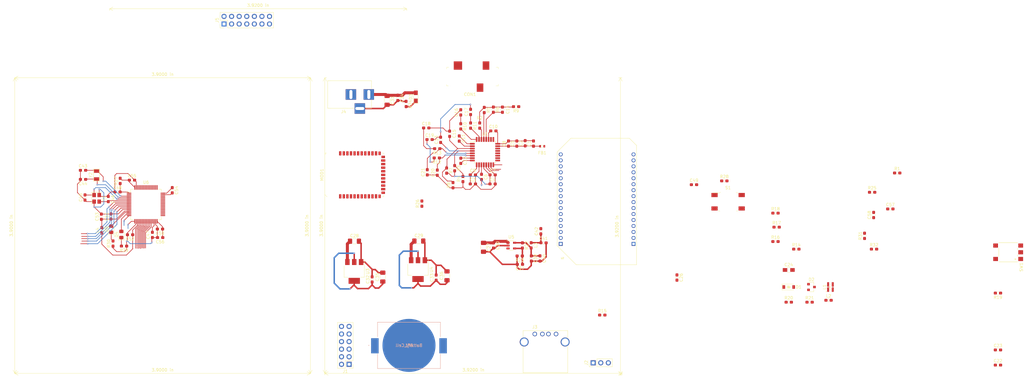
<source format=kicad_pcb>
(kicad_pcb (version 20190331) (host pcbnew "5.1.0-unknown-03bce55~94~ubuntu16.04.1")
  (layers (0 "F.Cu" signal) (31 "B.Cu" signal) (34 "B.Paste" user) (35 "F.Paste" user) (36 "B.SilkS" user) (37 "F.SilkS" user) (38 "B.Mask" user) (39 "F.Mask" user) (44 "Edge.Cuts" user))
  (net 0 "")
  (net 1 "Net-(BT1-Pad1)")
  (net 2 "Earth")
  (net 3 "/ADS1292R/DVDD")
  (net 4 "/SUPPLY/AVSS")
  (net 5 "/ADS1292R/AVDD")
  (net 6 "/ADS1292R/IN2P")
  (net 7 "/ADS1292R/IN2N")
  (net 8 "+3.3V_MCU")
  (net 9 "/OMEGA2/RST_BTN")
  (net 10 "+5V")
  (net 11 "+3.3V_OM")
  (net 12 "/STM32/VDDA")
  (net 13 "Net-(CON1-Pad1)")
  (net 14 "Net-(D4-Pad1)")
  (net 15 "Net-(D5-Pad1)")
  (net 16 "/STM32/LED1")
  (net 17 "/STM32/LED2")
  (net 18 "Net-(D2-Pad1)")
  (net 19 "/BLUETOOTH/AIO0")
  (net 20 "/BLUETOOTH/AIO1")
  (net 21 "/BLUETOOTH/AIO2")
  (net 22 "/BLUETOOTH/PIO3")
  (net 23 "/BLUETOOTH/PIO4")
  (net 24 "/BLUETOOTH/PIO8")
  (net 25 "/BLUETOOTH/PIO7")
  (net 26 "/BLUETOOTH/PIO9")
  (net 27 "/BLUETOOTH/PIO10")
  (net 28 "/BLUETOOTH/PIO11")
  (net 29 "/STM32/PC0")
  (net 30 "/STM32/PC1")
  (net 31 "/STM32/PC2")
  (net 32 "/STM32/PC3")
  (net 33 "/STM32/PC4")
  (net 34 "/STM32/PC5")
  (net 35 "/STM32/PC6")
  (net 36 "/STM32/PC7")
  (net 37 "/STM32/PC8")
  (net 38 "/STM32/PC9")
  (net 39 "/STM32/PC10")
  (net 40 "Net-(MOD1-Pad25)")
  (net 41 "/BLUETOOTH/Bluetooth_TX")
  (net 42 "/STM32/UART1_TX")
  (net 43 "/STM32/UART_RTS")
  (net 44 "/BLUETOOTH/Bluetooth_RTS")
  (net 45 "Net-(MOD1-Pad20)")
  (net 46 "Net-(MOD1-Pad21)")
  (net 47 "Net-(MOD1-Pad22)")
  (net 48 "/STM32/BL_WAKE")
  (net 49 "/OMEGA2/USB_D+")
  (net 50 "/OMEGA2/USB_D-")
  (net 51 "/OMEGA2/BOOT0")
  (net 52 "/OMEGA2/BOOT1")
  (net 53 "/STM32/A_CLKSEL")
  (net 54 "/STM32/A_PWDN")
  (net 55 "/STM32/A_START")
  (net 56 "/STM32/A_CLK")
  (net 57 "/ADS1292R/SPI_ADS3")
  (net 58 "/ADS1292R/SPI_ADS2")
  (net 59 "/STM32/A_DRY")
  (net 60 "Net-(U2-Pad16)")
  (net 61 "Net-(U2-Pad14)")
  (net 62 "/OMEGA2/USART_TX")
  (net 63 "/STM32/UART2_TX")
  (net 64 "/OMEGA2/I2C_OM0")
  (net 65 "Net-(U2-Pad20)")
  (net 66 "Net-(U2-Pad21)")
  (net 67 "Net-(U2-Pad22)")
  (net 68 "Net-(U2-Pad23)")
  (net 69 "Net-(U2-Pad24)")
  (net 70 "Net-(U2-Pad25)")
  (net 71 "/STM32/SPI2_U3")
  (net 72 "/STM32/SPI2_U2")
  (net 73 "/STM32/SPI2_U1")
  (net 74 "/STM32/JTAG0")
  (net 75 "/STM32/JTAG2")
  (net 76 "Net-(C3-Pad1)")
  (net 77 "Net-(C6-Pad1)")
  (net 78 "Net-(C10-Pad1)")
  (net 79 "Net-(C11-Pad2)")
  (net 80 "Net-(C11-Pad1)")
  (net 81 "Net-(C12-Pad1)")
  (net 82 "Net-(C12-Pad2)")
  (net 83 "Net-(C13-Pad2)")
  (net 84 "Net-(C13-Pad1)")
  (net 85 "Net-(C14-Pad2)")
  (net 86 "Net-(C14-Pad1)")
  (net 87 "Net-(C15-Pad1)")
  (net 88 "Net-(C15-Pad2)")
  (net 89 "Net-(C16-Pad1)")
  (net 90 "Net-(C17-Pad1)")
  (net 91 "Net-(C18-Pad1)")
  (net 92 "Net-(C19-Pad1)")
  (net 93 "Net-(C24-Pad1)")
  (net 94 "Net-(C37-Pad1)")
  (net 95 "Net-(C39-Pad1)")
  (net 96 "Net-(C43-Pad2)")
  (net 97 "Net-(C44-Pad1)")
  (net 98 "Net-(C45-Pad2)")
  (net 99 "Net-(C46-Pad1)")
  (net 100 "Net-(C47-Pad2)")
  (net 101 "Net-(C48-Pad2)")
  (net 102 "/STM32/NRST")
  (net 103 "Net-(D2-Pad2)")
  (net 104 "Net-(D3-Pad1)")
  (net 105 "Net-(J2-Pad2)")
  (net 106 "Net-(J2-Pad3)")
  (net 107 "Net-(J5-Pad3)")
  (net 108 "Net-(L1-Pad2)")
  (net 109 "Net-(L1-Pad3)")
  (net 110 "Net-(R2-Pad2)")
  (net 111 "Net-(R5-Pad2)")
  (net 112 "Net-(R10-Pad2)")
  (net 113 "Net-(R11-Pad2)")
  (net 114 "Net-(R15-Pad1)")
  (net 115 "Net-(R16-Pad1)")
  (net 116 "Net-(R17-Pad1)")
  (net 117 "Net-(R18-Pad1)")
  (net 118 "/ADS1292R/SPI_ADS1")
  (net 119 "Net-(U1-Pad25)")
  (net 120 "Net-(U1-Pad26)")
  (net 121 "/OMEGA2/I2C_OM1")
  (net 122 "Net-(U6-Pad2)")
  (net 123 "Net-(U6-Pad29)")
  (net 124 "Net-(U6-Pad52)")
  (net 125 "Net-(U6-Pad53)")
  (net 126 "Net-(U6-Pad54)")
  (net 127 "/STM32/TDO")
  (net 128 "/OMEGA2/MOSI")
  (net 129 "/STM32/SPI2_U0")
  (net 130 "/ADS1292R/SPI_ADS0")
  (net 131 "/OMEGA2/JTAGOM5")
  (net 132 "/OMEGA2/JTAGOM4")
  (net 133 "/OMEGA2/JTAGOM3")
  (net 134 "/OMEGA2/JTAGOM2")
  (net 135 "/OMEGA2/JTAGOM1")
  (net 136 "/OMEGA2/JTAGOM0")
  (net 137 "/STM32/JTAG5")
  (net 138 "/STM32/JTAG1")
  (net 139 "/STM32/JTAG4")
  (net 140 "/STM32/I2C1_U0")
  (net 141 "/STM32/I2C1_U1")
  (module "Connector_PinHeader_2.54mm:PinHeader_1x03_P2.54mm_Vertical" (layer "F.Cu") (at 214.376 114.3 90)
    (fp_text reference "J2" (at 0 -2.33 90) (layer "F.SilkS"))
    (fp_text value "A128518-ND")
    (pad "3" thru_hole oval (at 0 5.08 90) (size 1.7 1.7) (drill 1) (layers *.Cu *.Mask) (net 106 "Net-(J2-Pad3)"))
    (pad "2" thru_hole oval (at 0 2.54 90) (size 1.7 1.7) (drill 1) (layers *.Cu *.Mask) (net 105 "Net-(J2-Pad2)"))
    (pad "1" thru_hole rect (at 0 0 90) (size 1.7 1.7) (drill 1) (layers *.Cu *.Mask) (net 2 "Earth"))
  )
  (module "Connector_PinHeader_2.54mm:PinHeader_2x06_P2.54mm_Vertical" (layer "F.Cu") (at 132.588 114.808 180)
    (fp_text reference "J1" (at 1.27 -2.33) (layer "F.SilkS"))
    (fp_text value "A106614-ND")
    (pad "12" thru_hole oval (at 2.54 12.7 180) (size 1.7 1.7) (drill 1) (layers *.Cu *.Mask) (net 28 "/BLUETOOTH/PIO11"))
    (pad "11" thru_hole oval (at 0 12.7 180) (size 1.7 1.7) (drill 1) (layers *.Cu *.Mask) (net 27 "/BLUETOOTH/PIO10"))
    (pad "10" thru_hole oval (at 2.54 10.16 180) (size 1.7 1.7) (drill 1) (layers *.Cu *.Mask) (net 26 "/BLUETOOTH/PIO9"))
    (pad "9" thru_hole oval (at 0 10.16 180) (size 1.7 1.7) (drill 1) (layers *.Cu *.Mask) (net 25 "/BLUETOOTH/PIO7"))
    (pad "8" thru_hole oval (at 2.54 7.62 180) (size 1.7 1.7) (drill 1) (layers *.Cu *.Mask) (net 24 "/BLUETOOTH/PIO8"))
    (pad "7" thru_hole oval (at 0 7.62 180) (size 1.7 1.7) (drill 1) (layers *.Cu *.Mask) (net 23 "/BLUETOOTH/PIO4"))
    (pad "6" thru_hole oval (at 2.54 5.08 180) (size 1.7 1.7) (drill 1) (layers *.Cu *.Mask) (net 22 "/BLUETOOTH/PIO3"))
    (pad "5" thru_hole oval (at 0 5.08 180) (size 1.7 1.7) (drill 1) (layers *.Cu *.Mask) (net 21 "/BLUETOOTH/AIO2"))
    (pad "4" thru_hole oval (at 2.54 2.54 180) (size 1.7 1.7) (drill 1) (layers *.Cu *.Mask) (net 20 "/BLUETOOTH/AIO1"))
    (pad "3" thru_hole oval (at 0 2.54 180) (size 1.7 1.7) (drill 1) (layers *.Cu *.Mask) (net 19 "/BLUETOOTH/AIO0"))
    (pad "2" thru_hole oval (at 2.54 0 180) (size 1.7 1.7) (drill 1) (layers *.Cu *.Mask) (net 8 "+3.3V_MCU"))
    (pad "1" thru_hole rect (at 0 0 180) (size 1.7 1.7) (drill 1) (layers *.Cu *.Mask) (net 2 "Earth"))
  )
  (module "Connector_PinHeader_2.54mm:PinHeader_2x07_P2.54mm_Vertical" (layer "F.Cu") (at 90.678 0.762 90)
    (fp_text reference "J5" (at 1.27 -2.33 90) (layer "F.SilkS"))
    (fp_text value "Conn_01x14_Male")
    (pad "14" thru_hole oval (at 2.54 15.24 90) (size 1.7 1.7) (drill 1) (layers *.Cu *.Mask) (net 39 "/STM32/PC10"))
    (pad "13" thru_hole oval (at 0 15.24 90) (size 1.7 1.7) (drill 1) (layers *.Cu *.Mask) (net 38 "/STM32/PC9"))
    (pad "12" thru_hole oval (at 2.54 12.7 90) (size 1.7 1.7) (drill 1) (layers *.Cu *.Mask) (net 37 "/STM32/PC8"))
    (pad "11" thru_hole oval (at 0 12.7 90) (size 1.7 1.7) (drill 1) (layers *.Cu *.Mask) (net 36 "/STM32/PC7"))
    (pad "10" thru_hole oval (at 2.54 10.16 90) (size 1.7 1.7) (drill 1) (layers *.Cu *.Mask) (net 35 "/STM32/PC6"))
    (pad "9" thru_hole oval (at 0 10.16 90) (size 1.7 1.7) (drill 1) (layers *.Cu *.Mask) (net 34 "/STM32/PC5"))
    (pad "8" thru_hole oval (at 2.54 7.62 90) (size 1.7 1.7) (drill 1) (layers *.Cu *.Mask) (net 33 "/STM32/PC4"))
    (pad "7" thru_hole oval (at 0 7.62 90) (size 1.7 1.7) (drill 1) (layers *.Cu *.Mask) (net 32 "/STM32/PC3"))
    (pad "6" thru_hole oval (at 2.54 5.08 90) (size 1.7 1.7) (drill 1) (layers *.Cu *.Mask) (net 31 "/STM32/PC2"))
    (pad "5" thru_hole oval (at 0 5.08 90) (size 1.7 1.7) (drill 1) (layers *.Cu *.Mask) (net 30 "/STM32/PC1"))
    (pad "4" thru_hole oval (at 2.54 2.54 90) (size 1.7 1.7) (drill 1) (layers *.Cu *.Mask) (net 29 "/STM32/PC0"))
    (pad "3" thru_hole oval (at 0 2.54 90) (size 1.7 1.7) (drill 1) (layers *.Cu *.Mask) (net 107 "Net-(J5-Pad3)"))
    (pad "2" thru_hole oval (at 2.54 0 90) (size 1.7 1.7) (drill 1) (layers *.Cu *.Mask) (net 8 "+3.3V_MCU"))
    (pad "1" thru_hole rect (at 0 0 90) (size 1.7 1.7) (drill 1) (layers *.Cu *.Mask) (net 2 "Earth"))
  )
  (module "Embebidos_2019:R_0603_1608Metric_Pad1.05x0.95mm_HandSolder" (layer "F.Cu") (at 275.844 68.834)
    (fp_text reference "R17" (at 0 -1.43) (layer "F.SilkS"))
    (fp_text value "100")
    (pad "1" smd roundrect (at -0.875 0) (size 1.05 0.95) (layers "F.Cu" "F.Paste" "F.Mask") (net 116 "Net-(R17-Pad1)"))
    (pad "2" smd roundrect (at 0.875 0) (size 1.05 0.95) (layers "F.Cu" "F.Paste" "F.Mask") (net 72 "/STM32/SPI2_U2"))
  )
  (module "Embebidos_2019:C_0603_1608Metric_Pad1.05x0.95mm_HandSolder" (layer "F.Cu") (at 308.356 64.77 90)
    (fp_text reference "C58" (at 0 -1.43 90) (layer "F.SilkS"))
    (fp_text value "100 nF")
    (pad "2" smd roundrect (at 0.875 0 90) (size 1.05 0.95) (layers "F.Cu" "F.Paste" "F.Mask") (net 8 "+3.3V_MCU"))
    (pad "1" smd roundrect (at -0.875 0 90) (size 1.05 0.95) (layers "F.Cu" "F.Paste" "F.Mask") (net 2 "Earth"))
  )
  (module "Embebidos_2019:C_0603_1608Metric_Pad1.05x0.95mm_HandSolder" (layer "F.Cu") (at 313.944 62.738)
    (fp_text reference "C57" (at 0 -1.43) (layer "F.SilkS"))
    (fp_text value "100 nF")
    (pad "2" smd roundrect (at 0.875 0) (size 1.05 0.95) (layers "F.Cu" "F.Paste" "F.Mask") (net 8 "+3.3V_MCU"))
    (pad "1" smd roundrect (at -0.875 0) (size 1.05 0.95) (layers "F.Cu" "F.Paste" "F.Mask") (net 2 "Earth"))
  )
  (module "Embebidos_2019:C_0603_1608Metric_Pad1.05x0.95mm_HandSolder" (layer "F.Cu") (at 197.73 74.09)
    (fp_text reference "C41" (at 0 -1.43) (layer "F.SilkS"))
    (fp_text value "10uF")
    (pad "2" smd roundrect (at 0.875 0) (size 1.05 0.95) (layers "F.Cu" "F.Paste" "F.Mask") (net 2 "Earth"))
    (pad "1" smd roundrect (at -0.875 0) (size 1.05 0.95) (layers "F.Cu" "F.Paste" "F.Mask") (net 5 "/ADS1292R/AVDD"))
  )
  (module "Embebidos_2019:C_0603_1608Metric_Pad1.05x0.95mm_HandSolder" (layer "F.Cu") (at 196.56 79.33 270)
    (fp_text reference "C40" (at 0 -1.43 270) (layer "F.SilkS"))
    (fp_text value "10uF")
    (pad "2" smd roundrect (at 0.875 0 270) (size 1.05 0.95) (layers "F.Cu" "F.Paste" "F.Mask") (net 2 "Earth"))
    (pad "1" smd roundrect (at -0.875 0 270) (size 1.05 0.95) (layers "F.Cu" "F.Paste" "F.Mask") (net 95 "Net-(C39-Pad1)"))
  )
  (module "Embebidos_2019:C_0603_1608Metric_Pad1.05x0.95mm_HandSolder" (layer "F.Cu") (at 193.63 79.34 270)
    (fp_text reference "C39" (at 0 -1.43 90) (layer "F.SilkS"))
    (fp_text value "2.2uF")
    (pad "2" smd roundrect (at 0.875 0 270) (size 1.05 0.95) (layers "F.Cu" "F.Paste" "F.Mask") (net 2 "Earth"))
    (pad "1" smd roundrect (at -0.875 0 270) (size 1.05 0.95) (layers "F.Cu" "F.Paste" "F.Mask") (net 95 "Net-(C39-Pad1)"))
  )
  (module "Embebidos_2019:C_0603_1608Metric_Pad1.05x0.95mm_HandSolder" (layer "F.Cu") (at 189.83 81.31 180)
    (fp_text reference "C37" (at 0 -1.43) (layer "F.SilkS"))
    (fp_text value "0.01uF")
    (pad "2" smd roundrect (at 0.875 0 180) (size 1.05 0.95) (layers "F.Cu" "F.Paste" "F.Mask") (net 2 "Earth"))
    (pad "1" smd roundrect (at -0.875 0 180) (size 1.05 0.95) (layers "F.Cu" "F.Paste" "F.Mask") (net 94 "Net-(C37-Pad1)"))
  )
  (module "Embebidos_2019:C_1206_3216Metric_Pad1.42x1.75mm_HandSolder" (layer "F.Cu") (at 177.63 75.59 270)
    (fp_text reference "C27" (at 0 -1.82 90) (layer "F.SilkS"))
    (fp_text value "10uF")
    (pad "2" smd roundrect (at 1.4875 0 270) (size 1.425 1.75) (layers "F.Cu" "F.Paste" "F.Mask") (roundrect_rratio 0.175439) (net 2 "Earth"))
    (pad "1" smd roundrect (at -1.4875 0 270) (size 1.425 1.75) (layers "F.Cu" "F.Paste" "F.Mask") (roundrect_rratio 0.175439) (net 10 "+5V"))
  )
  (module "Embebidos_2019:BAT-HLD-001" (layer "B.Cu") (at 152.654 108.458)
    (fp_text reference "BT1" (at 0 0) (layer "B.SilkS") (effects (justify mirror)))
    (fp_text value "Battery_Cell" (at 0 0) (layer "B.SilkS") (effects (justify mirror)))
    (fp_text user "*" (at 0 0) (layer "B.SilkS") (effects (justify mirror)))
    (pad "1" smd rect (at -11.43 0.127) (size 2.54 5.08) (layers "B.Cu" "B.Paste" "B.Mask") (net 1 "Net-(BT1-Pad1)"))
    (pad "3" smd rect (at 11.43 0.127) (size 2.54 5.08) (layers "B.Cu" "B.Paste" "B.Mask") (net 1 "Net-(BT1-Pad1)"))
    (pad "2" smd circle (at 0 0) (size 17.780001 17.780001) (layers "B.Cu" "B.Paste" "B.Mask") (net 2 "Earth"))
  )
  (module "Capacitor_SMD:C_0603_1608Metric_Pad1.05x0.95mm_HandSolder" (layer "F.Cu") (at 194.376 40.836 90)
    (fp_text reference "C1" (at 0 -1.43 90) (layer "F.SilkS"))
    (fp_text value "0.1 uF")
    (pad "1" smd roundrect (at -0.875 0 90) (size 1.05 0.95) (layers "F.Cu" "F.Paste" "F.Mask") (net 3 "/ADS1292R/DVDD"))
    (pad "2" smd roundrect (at 0.875 0 90) (size 1.05 0.95) (layers "F.Cu" "F.Paste" "F.Mask") (net 2 "Earth"))
  )
  (module "Capacitor_SMD:C_0603_1608Metric_Pad1.05x0.95mm_HandSolder" (layer "F.Cu") (at 191.582 40.723 90)
    (fp_text reference "C2" (at 0 -1.43 90) (layer "F.SilkS"))
    (fp_text value "1 uF")
    (pad "2" smd roundrect (at 0.875 0 90) (size 1.05 0.95) (layers "F.Cu" "F.Paste" "F.Mask") (net 2 "Earth"))
    (pad "1" smd roundrect (at -0.875 0 90) (size 1.05 0.95) (layers "F.Cu" "F.Paste" "F.Mask") (net 3 "/ADS1292R/DVDD"))
  )
  (module "Capacitor_SMD:C_0603_1608Metric_Pad1.05x0.95mm_HandSolder" (layer "F.Cu") (at 174.064 54.366)
    (fp_text reference "C3" (at 0 -1.43) (layer "F.SilkS"))
    (fp_text value "0.1 uF")
    (pad "1" smd roundrect (at -0.875 0) (size 1.05 0.95) (layers "F.Cu" "F.Paste" "F.Mask") (net 76 "Net-(C3-Pad1)"))
    (pad "2" smd roundrect (at 0.875 0) (size 1.05 0.95) (layers "F.Cu" "F.Paste" "F.Mask") (net 4 "/SUPPLY/AVSS"))
  )
  (module "Capacitor_SMD:C_0603_1608Metric_Pad1.05x0.95mm_HandSolder" (layer "F.Cu") (at 180.668 54.366)
    (fp_text reference "C4" (at 0 -1.43) (layer "F.SilkS"))
    (fp_text value "0.1 uF")
    (pad "1" smd roundrect (at -0.875 0) (size 1.05 0.95) (layers "F.Cu" "F.Paste" "F.Mask") (net 5 "/ADS1292R/AVDD"))
    (pad "2" smd roundrect (at 0.875 0) (size 1.05 0.95) (layers "F.Cu" "F.Paste" "F.Mask") (net 4 "/SUPPLY/AVSS"))
  )
  (module "Capacitor_SMD:C_0603_1608Metric_Pad1.05x0.95mm_HandSolder" (layer "F.Cu") (at 188.788 40.836 90)
    (fp_text reference "C5" (at 0 -1.43 90) (layer "F.SilkS"))
    (fp_text value "0.1 uF")
    (pad "1" smd roundrect (at -0.875 0 90) (size 1.05 0.95) (layers "F.Cu" "F.Paste" "F.Mask") (net 3 "/ADS1292R/DVDD"))
    (pad "2" smd roundrect (at 0.875 0 90) (size 1.05 0.95) (layers "F.Cu" "F.Paste" "F.Mask") (net 2 "Earth"))
  )
  (module "Capacitor_SMD:C_0603_1608Metric_Pad1.05x0.95mm_HandSolder" (layer "F.Cu") (at 176.96 52.01 270)
    (fp_text reference "C6" (at 0 -1.43 90) (layer "F.SilkS"))
    (fp_text value "1 uF")
    (pad "1" smd roundrect (at -0.875 0 270) (size 1.05 0.95) (layers "F.Cu" "F.Paste" "F.Mask") (net 77 "Net-(C6-Pad1)"))
    (pad "2" smd roundrect (at 0.875 0 270) (size 1.05 0.95) (layers "F.Cu" "F.Paste" "F.Mask") (net 2 "Earth"))
  )
  (module "Capacitor_SMD:C_0603_1608Metric_Pad1.05x0.95mm_HandSolder" (layer "F.Cu") (at 180.668 51.318)
    (fp_text reference "C7" (at 0 -1.43) (layer "F.SilkS"))
    (fp_text value "1 uF")
    (pad "2" smd roundrect (at 0.875 0) (size 1.05 0.95) (layers "F.Cu" "F.Paste" "F.Mask") (net 4 "/SUPPLY/AVSS"))
    (pad "1" smd roundrect (at -0.875 0) (size 1.05 0.95) (layers "F.Cu" "F.Paste" "F.Mask") (net 5 "/ADS1292R/AVDD"))
  )
  (module "Capacitor_SMD:C_0603_1608Metric_Pad1.05x0.95mm_HandSolder" (layer "F.Cu") (at 185.994 40.836 90)
    (fp_text reference "C8" (at 0 -1.43 90) (layer "F.SilkS"))
    (fp_text value "1 uF")
    (pad "2" smd roundrect (at 0.875 0 90) (size 1.05 0.95) (layers "F.Cu" "F.Paste" "F.Mask") (net 2 "Earth"))
    (pad "1" smd roundrect (at -0.875 0 90) (size 1.05 0.95) (layers "F.Cu" "F.Paste" "F.Mask") (net 3 "/ADS1292R/DVDD"))
  )
  (module "Capacitor_SMD:C_0603_1608Metric_Pad1.05x0.95mm_HandSolder" (layer "F.Cu") (at 174.064 51.318)
    (fp_text reference "C9" (at 0 -1.43) (layer "F.SilkS"))
    (fp_text value "10 uF")
    (pad "1" smd roundrect (at -0.875 0) (size 1.05 0.95) (layers "F.Cu" "F.Paste" "F.Mask") (net 76 "Net-(C3-Pad1)"))
    (pad "2" smd roundrect (at 0.875 0) (size 1.05 0.95) (layers "F.Cu" "F.Paste" "F.Mask") (net 4 "/SUPPLY/AVSS"))
  )
  (module "Capacitor_SMD:C_0603_1608Metric_Pad1.05x0.95mm_HandSolder" (layer "F.Cu") (at 180.922 36.586)
    (fp_text reference "C10" (at 0 -1.43) (layer "F.SilkS"))
    (fp_text value "1 uF")
    (pad "1" smd roundrect (at -0.875 0) (size 1.05 0.95) (layers "F.Cu" "F.Paste" "F.Mask") (net 78 "Net-(C10-Pad1)"))
    (pad "2" smd roundrect (at 0.875 0) (size 1.05 0.95) (layers "F.Cu" "F.Paste" "F.Mask") (net 2 "Earth"))
  )
  (module "Capacitor_SMD:C_0603_1608Metric_Pad1.05x0.95mm_HandSolder" (layer "F.Cu") (at 169.49 39.145 270)
    (fp_text reference "C11" (at -0.086 -1.436 90) (layer "F.SilkS"))
    (fp_text value "4.7 nF")
    (pad "2" smd roundrect (at 0.875 0 270) (size 1.05 0.95) (layers "F.Cu" "F.Paste" "F.Mask") (net 79 "Net-(C11-Pad2)"))
    (pad "1" smd roundrect (at -0.875 0 270) (size 1.05 0.95) (layers "F.Cu" "F.Paste" "F.Mask") (net 80 "Net-(C11-Pad1)"))
  )
  (module "Capacitor_SMD:C_0603_1608Metric_Pad1.05x0.95mm_HandSolder" (layer "F.Cu") (at 170.01 46.615 270)
    (fp_text reference "C12" (at 0 -1.43 90) (layer "F.SilkS"))
    (fp_text value "4.7 nF")
    (pad "1" smd roundrect (at -0.875 0 270) (size 1.05 0.95) (layers "F.Cu" "F.Paste" "F.Mask") (net 81 "Net-(C12-Pad1)"))
    (pad "2" smd roundrect (at 0.875 0 270) (size 1.05 0.95) (layers "F.Cu" "F.Paste" "F.Mask") (net 82 "Net-(C12-Pad2)"))
  )
  (module "Capacitor_SMD:C_0603_1608Metric_Pad1.05x0.95mm_HandSolder" (layer "F.Cu") (at 163.26 39.585 90)
    (fp_text reference "C13" (at 0 -1.43 90) (layer "F.SilkS"))
    (fp_text value "2.2 nF")
    (pad "2" smd roundrect (at 0.875 0 90) (size 1.05 0.95) (layers "F.Cu" "F.Paste" "F.Mask") (net 83 "Net-(C13-Pad2)"))
    (pad "1" smd roundrect (at -0.875 0 90) (size 1.05 0.95) (layers "F.Cu" "F.Paste" "F.Mask") (net 84 "Net-(C13-Pad1)"))
  )
  (module "Capacitor_SMD:C_0603_1608Metric_Pad1.05x0.95mm_HandSolder" (layer "F.Cu") (at 183.97 29.474 90)
    (fp_text reference "C14" (at 0 1.778 90) (layer "F.SilkS"))
    (fp_text value "1.5 nF")
    (pad "2" smd roundrect (at 0.875 0 90) (size 1.05 0.95) (layers "F.Cu" "F.Paste" "F.Mask") (net 85 "Net-(C14-Pad2)"))
    (pad "1" smd roundrect (at -0.875 0 90) (size 1.05 0.95) (layers "F.Cu" "F.Paste" "F.Mask") (net 86 "Net-(C14-Pad1)"))
  )
  (module "Capacitor_SMD:C_0603_1608Metric_Pad1.05x0.95mm_HandSolder" (layer "F.Cu") (at 166.28 37.55 90)
    (fp_text reference "C15" (at 0 1.524 90) (layer "F.SilkS"))
    (fp_text value "2.2 nF")
    (pad "1" smd roundrect (at -0.875 0 90) (size 1.05 0.95) (layers "F.Cu" "F.Paste" "F.Mask") (net 87 "Net-(C15-Pad1)"))
    (pad "2" smd roundrect (at 0.875 0 90) (size 1.05 0.95) (layers "F.Cu" "F.Paste" "F.Mask") (net 88 "Net-(C15-Pad2)"))
  )
  (module "Capacitor_SMD:C_0603_1608Metric_Pad1.05x0.95mm_HandSolder" (layer "F.Cu") (at 170 30.377 90)
    (fp_text reference "C16" (at 0 -1.43 90) (layer "F.SilkS"))
    (fp_text value "2.2 nF")
    (pad "1" smd roundrect (at -0.875 0 90) (size 1.05 0.95) (layers "F.Cu" "F.Paste" "F.Mask") (net 89 "Net-(C16-Pad1)"))
    (pad "2" smd roundrect (at 0.875 0 90) (size 1.05 0.95) (layers "F.Cu" "F.Paste" "F.Mask") (net 88 "Net-(C15-Pad2)"))
  )
  (module "Capacitor_SMD:C_0603_1608Metric_Pad1.05x0.95mm_HandSolder" (layer "F.Cu") (at 173.302 30.236 90)
    (fp_text reference "C17" (at 0 -1.43 90) (layer "F.SilkS"))
    (fp_text value "2.2 nF")
    (pad "1" smd roundrect (at -0.875 0 90) (size 1.05 0.95) (layers "F.Cu" "F.Paste" "F.Mask") (net 90 "Net-(C17-Pad1)"))
    (pad "2" smd roundrect (at 0.875 0 90) (size 1.05 0.95) (layers "F.Cu" "F.Paste" "F.Mask") (net 83 "Net-(C13-Pad2)"))
  )
  (module "Capacitor_SMD:C_0603_1608Metric_Pad1.05x0.95mm_HandSolder" (layer "F.Cu") (at 158.44 35.6)
    (fp_text reference "C18" (at 0 -1.43) (layer "F.SilkS"))
    (fp_text value "0.1 uF")
    (pad "1" smd roundrect (at -0.875 0) (size 1.05 0.95) (layers "F.Cu" "F.Paste" "F.Mask") (net 91 "Net-(C18-Pad1)"))
    (pad "2" smd roundrect (at 0.875 0) (size 1.05 0.95) (layers "F.Cu" "F.Paste" "F.Mask") (net 88 "Net-(C15-Pad2)"))
  )
  (module "Capacitor_SMD:C_0603_1608Metric_Pad1.05x0.95mm_HandSolder" (layer "F.Cu") (at 159.555 39.48)
    (fp_text reference "C19" (at 0 -1.43) (layer "F.SilkS"))
    (fp_text value "0.1 uF")
    (pad "2" smd roundrect (at 0.875 0) (size 1.05 0.95) (layers "F.Cu" "F.Paste" "F.Mask") (net 83 "Net-(C13-Pad2)"))
    (pad "1" smd roundrect (at -0.875 0) (size 1.05 0.95) (layers "F.Cu" "F.Paste" "F.Mask") (net 92 "Net-(C19-Pad1)"))
  )
  (module "Capacitor_SMD:C_0603_1608Metric_Pad1.05x0.95mm_HandSolder" (layer "F.Cu") (at 162.14 50.59 90)
    (fp_text reference "C20" (at 0 -1.43 90) (layer "F.SilkS"))
    (fp_text value "0.1 uF")
    (pad "2" smd roundrect (at 0.875 0 90) (size 1.05 0.95) (layers "F.Cu" "F.Paste" "F.Mask") (net 6 "/ADS1292R/IN2P"))
    (pad "1" smd roundrect (at -0.875 0 90) (size 1.05 0.95) (layers "F.Cu" "F.Paste" "F.Mask") (net 4 "/SUPPLY/AVSS"))
  )
  (module "Capacitor_SMD:C_0603_1608Metric_Pad1.05x0.95mm_HandSolder" (layer "F.Cu") (at 158.78 50.46 90)
    (fp_text reference "C21" (at 0 -1.43 90) (layer "F.SilkS"))
    (fp_text value "0.1 uF")
    (pad "1" smd roundrect (at -0.875 0 90) (size 1.05 0.95) (layers "F.Cu" "F.Paste" "F.Mask") (net 4 "/SUPPLY/AVSS"))
    (pad "2" smd roundrect (at 0.875 0 90) (size 1.05 0.95) (layers "F.Cu" "F.Paste" "F.Mask") (net 7 "/ADS1292R/IN2N"))
  )
  (module "Embebidos_2019:C_0603_1608Metric_Pad1.05x0.95mm_HandSolder" (layer "F.Cu") (at 350.012 115.062)
    (fp_text reference "C22" (at 0 -1.43) (layer "F.SilkS"))
    (fp_text value "0.1uF")
    (pad "2" smd roundrect (at 0.875 0) (size 1.05 0.95) (layers "F.Cu" "F.Paste" "F.Mask") (net 2 "Earth"))
    (pad "1" smd roundrect (at -0.875 0) (size 1.05 0.95) (layers "F.Cu" "F.Paste" "F.Mask") (net 11 "+3.3V_OM"))
  )
  (module "Embebidos_2019:C_0603_1608Metric_Pad1.05x0.95mm_HandSolder" (layer "F.Cu") (at 350.012 109.982)
    (fp_text reference "C23" (at 0 -1.43) (layer "F.SilkS"))
    (fp_text value "0.1uF")
    (pad "1" smd roundrect (at -0.875 0) (size 1.05 0.95) (layers "F.Cu" "F.Paste" "F.Mask") (net 11 "+3.3V_OM"))
    (pad "2" smd roundrect (at 0.875 0) (size 1.05 0.95) (layers "F.Cu" "F.Paste" "F.Mask") (net 2 "Earth"))
  )
  (module "Embebidos_2019:C_0805_HandSoldering" (layer "F.Cu") (at 279.908 83.185)
    (fp_text reference "C24" (at 0 -1.75) (layer "F.SilkS"))
    (fp_text value "22uF")
    (pad "2" smd rect (at 1.25 0) (size 1.5 1.25) (layers "F.Cu" "F.Paste" "F.Mask") (net 2 "Earth"))
    (pad "1" smd rect (at -1.25 0) (size 1.5 1.25) (layers "F.Cu" "F.Paste" "F.Mask") (net 93 "Net-(C24-Pad1)"))
  )
  (module "Embebidos_2019:C_0603_1608Metric_Pad1.05x0.95mm_HandSolder" (layer "F.Cu") (at 242.443 85.725 270)
    (fp_text reference "C26" (at 0 -1.43 90) (layer "F.SilkS"))
    (fp_text value "0.1uF")
    (pad "1" smd roundrect (at -0.875 0 270) (size 1.05 0.95) (layers "F.Cu" "F.Paste" "F.Mask") (net 9 "/OMEGA2/RST_BTN"))
    (pad "2" smd roundrect (at 0.875 0 270) (size 1.05 0.95) (layers "F.Cu" "F.Paste" "F.Mask") (net 2 "Earth"))
  )
  (module "Embebidos_2019:C_1206_3216Metric_Pad1.42x1.75mm_HandSolder" (layer "F.Cu") (at 134.39 73.55)
    (fp_text reference "C28" (at 0 -1.82) (layer "F.SilkS"))
    (fp_text value "33uF")
    (pad "1" smd roundrect (at -1.4875 0) (size 1.425 1.75) (layers "F.Cu" "F.Paste" "F.Mask") (roundrect_rratio 0.175439) (net 10 "+5V"))
    (pad "2" smd roundrect (at 1.4875 0) (size 1.425 1.75) (layers "F.Cu" "F.Paste" "F.Mask") (roundrect_rratio 0.175439) (net 2 "Earth"))
  )
  (module "Embebidos_2019:C_1206_3216Metric_Pad1.42x1.75mm_HandSolder" (layer "F.Cu") (at 155.9475 73.5)
    (fp_text reference "C29" (at 0 -1.82) (layer "F.SilkS"))
    (fp_text value "33uF")
    (pad "2" smd roundrect (at 1.4875 0) (size 1.425 1.75) (layers "F.Cu" "F.Paste" "F.Mask") (roundrect_rratio 0.175439) (net 2 "Earth"))
    (pad "1" smd roundrect (at -1.4875 0) (size 1.425 1.75) (layers "F.Cu" "F.Paste" "F.Mask") (roundrect_rratio 0.175439) (net 10 "+5V"))
  )
  (module "Embebidos_2019:C_0603_1608Metric_Pad1.05x0.95mm_HandSolder" (layer "F.Cu") (at 180.95 74.97 270)
    (fp_text reference "C30" (at 0 -1.43 90) (layer "F.SilkS"))
    (fp_text value "1uF")
    (pad "1" smd roundrect (at -0.875 0 270) (size 1.05 0.95) (layers "F.Cu" "F.Paste" "F.Mask") (net 10 "+5V"))
    (pad "2" smd roundrect (at 0.875 0 270) (size 1.05 0.95) (layers "F.Cu" "F.Paste" "F.Mask") (net 2 "Earth"))
  )
  (module "Embebidos_2019:C_1206_3216Metric_Pad1.42x1.75mm_HandSolder" (layer "F.Cu") (at 145.326 26.3475 270)
    (fp_text reference "C31" (at 0 -1.82 90) (layer "F.SilkS"))
    (fp_text value "220uF")
    (pad "1" smd roundrect (at -1.4875 0 270) (size 1.425 1.75) (layers "F.Cu" "F.Paste" "F.Mask") (roundrect_rratio 0.175439) (net 10 "+5V"))
    (pad "2" smd roundrect (at 1.4875 0 270) (size 1.425 1.75) (layers "F.Cu" "F.Paste" "F.Mask") (roundrect_rratio 0.175439) (net 2 "Earth"))
  )
  (module "Embebidos_2019:C_0603_1608Metric_Pad1.05x0.95mm_HandSolder" (layer "F.Cu") (at 140.3 86.35 90)
    (fp_text reference "C32" (at 0 -1.43 90) (layer "F.SilkS"))
    (fp_text value "0.1uF")
    (pad "1" smd roundrect (at -0.875 0 90) (size 1.05 0.95) (layers "F.Cu" "F.Paste" "F.Mask") (net 11 "+3.3V_OM"))
    (pad "2" smd roundrect (at 0.875 0 90) (size 1.05 0.95) (layers "F.Cu" "F.Paste" "F.Mask") (net 2 "Earth"))
  )
  (module "Embebidos_2019:C_0603_1608Metric_Pad1.05x0.95mm_HandSolder" (layer "F.Cu") (at 161.76 85.76 90)
    (fp_text reference "C33" (at 0 -1.43 90) (layer "F.SilkS"))
    (fp_text value "0.1uF")
    (pad "2" smd roundrect (at 0.875 0 90) (size 1.05 0.95) (layers "F.Cu" "F.Paste" "F.Mask") (net 2 "Earth"))
    (pad "1" smd roundrect (at -0.875 0 90) (size 1.05 0.95) (layers "F.Cu" "F.Paste" "F.Mask") (net 8 "+3.3V_MCU"))
  )
  (module "Embebidos_2019:C_0603_1608Metric_Pad1.05x0.95mm_HandSolder" (layer "F.Cu") (at 148.89 25.54 270)
    (fp_text reference "C34" (at 0 -1.43 90) (layer "F.SilkS"))
    (fp_text value "0.1uF")
    (pad "2" smd roundrect (at 0.875 0 270) (size 1.05 0.95) (layers "F.Cu" "F.Paste" "F.Mask") (net 2 "Earth"))
    (pad "1" smd roundrect (at -0.875 0 270) (size 1.05 0.95) (layers "F.Cu" "F.Paste" "F.Mask") (net 10 "+5V"))
  )
  (module "Embebidos_2019:C_1206_3216Metric_Pad1.42x1.75mm_HandSolder" (layer "F.Cu") (at 143.88 85.58 90)
    (fp_text reference "C35" (at 0 -1.82 90) (layer "F.SilkS"))
    (fp_text value "33uF")
    (pad "2" smd roundrect (at 1.4875 0 90) (size 1.425 1.75) (layers "F.Cu" "F.Paste" "F.Mask") (roundrect_rratio 0.175439) (net 2 "Earth"))
    (pad "1" smd roundrect (at -1.4875 0 90) (size 1.425 1.75) (layers "F.Cu" "F.Paste" "F.Mask") (roundrect_rratio 0.175439) (net 11 "+3.3V_OM"))
  )
  (module "Embebidos_2019:C_1206_3216Metric_Pad1.42x1.75mm_HandSolder" (layer "F.Cu") (at 165.39 85.14 90)
    (fp_text reference "C36" (at 0 -1.82 90) (layer "F.SilkS"))
    (fp_text value "33uF")
    (pad "1" smd roundrect (at -1.4875 0 90) (size 1.425 1.75) (layers "F.Cu" "F.Paste" "F.Mask") (roundrect_rratio 0.175439) (net 8 "+3.3V_MCU"))
    (pad "2" smd roundrect (at 1.4875 0 90) (size 1.425 1.75) (layers "F.Cu" "F.Paste" "F.Mask") (roundrect_rratio 0.175439) (net 2 "Earth"))
  )
  (module "Embebidos_2019:C_0603_1608Metric_Pad1.05x0.95mm_HandSolder" (layer "F.Cu") (at 196.83 70.22 90)
    (fp_text reference "C42" (at 0 -1.43 270) (layer "F.SilkS"))
    (fp_text value "0.1uF")
    (pad "2" smd roundrect (at 0.875 0 90) (size 1.05 0.95) (layers "F.Cu" "F.Paste" "F.Mask") (net 4 "/SUPPLY/AVSS"))
    (pad "1" smd roundrect (at -0.875 0 90) (size 1.05 0.95) (layers "F.Cu" "F.Paste" "F.Mask") (net 5 "/ADS1292R/AVDD"))
  )
  (module "Capacitor_SMD:C_0603_1608Metric_Pad1.05x0.95mm_HandSolder" (layer "F.Cu") (at 43.434 49.784)
    (fp_text reference "C43" (at 0 -1.43) (layer "F.SilkS"))
    (fp_text value "6 pF")
    (pad "1" smd roundrect (at -0.875 0) (size 1.05 0.95) (layers "F.Cu" "F.Paste" "F.Mask") (net 2 "Earth"))
    (pad "2" smd roundrect (at 0.875 0) (size 1.05 0.95) (layers "F.Cu" "F.Paste" "F.Mask") (net 96 "Net-(C43-Pad2)"))
  )
  (module "Capacitor_SMD:C_0603_1608Metric_Pad1.05x0.95mm_HandSolder" (layer "F.Cu") (at 43.434 52.832 180)
    (fp_text reference "C44" (at 0 -1.43) (layer "F.SilkS"))
    (fp_text value "6 pF")
    (pad "2" smd roundrect (at 0.875 0 180) (size 1.05 0.95) (layers "F.Cu" "F.Paste" "F.Mask") (net 2 "Earth"))
    (pad "1" smd roundrect (at -0.875 0 180) (size 1.05 0.95) (layers "F.Cu" "F.Paste" "F.Mask") (net 97 "Net-(C44-Pad1)"))
  )
  (module "Capacitor_SMD:C_0603_1608Metric_Pad1.05x0.95mm_HandSolder" (layer "F.Cu") (at 44.09 58.91 90)
    (fp_text reference "C45" (at 0 -1.43 90) (layer "F.SilkS"))
    (fp_text value "10 pF")
    (pad "1" smd roundrect (at -0.875 0 90) (size 1.05 0.95) (layers "F.Cu" "F.Paste" "F.Mask") (net 2 "Earth"))
    (pad "2" smd roundrect (at 0.875 0 90) (size 1.05 0.95) (layers "F.Cu" "F.Paste" "F.Mask") (net 98 "Net-(C45-Pad2)"))
  )
  (module "Capacitor_SMD:C_0603_1608Metric_Pad1.05x0.95mm_HandSolder" (layer "F.Cu") (at 51.9 59.41 90)
    (fp_text reference "C46" (at -0.025 1.57 90) (layer "F.SilkS"))
    (fp_text value "10 pF")
    (pad "2" smd roundrect (at 0.875 0 90) (size 1.05 0.95) (layers "F.Cu" "F.Paste" "F.Mask") (net 2 "Earth"))
    (pad "1" smd roundrect (at -0.875 0 90) (size 1.05 0.95) (layers "F.Cu" "F.Paste" "F.Mask") (net 99 "Net-(C46-Pad1)"))
  )
  (module "Capacitor_SMD:C_0603_1608Metric_Pad1.05x0.95mm_HandSolder" (layer "F.Cu") (at 66.67 71.435 90)
    (fp_text reference "C47" (at 0 -1.43 90) (layer "F.SilkS"))
    (fp_text value "2.2 uF")
    (pad "2" smd roundrect (at 0.875 0 90) (size 1.05 0.95) (layers "F.Cu" "F.Paste" "F.Mask") (net 100 "Net-(C47-Pad2)"))
    (pad "1" smd roundrect (at -0.875 0 90) (size 1.05 0.95) (layers "F.Cu" "F.Paste" "F.Mask") (net 2 "Earth"))
  )
  (module "Capacitor_SMD:C_0603_1608Metric_Pad1.05x0.95mm_HandSolder" (layer "F.Cu") (at 54.97 57.06)
    (fp_text reference "C48" (at 0 -1.43) (layer "F.SilkS"))
    (fp_text value "0.1 uF")
    (pad "2" smd roundrect (at 0.875 0) (size 1.05 0.95) (layers "F.Cu" "F.Paste" "F.Mask") (net 101 "Net-(C48-Pad2)"))
    (pad "1" smd roundrect (at -0.875 0) (size 1.05 0.95) (layers "F.Cu" "F.Paste" "F.Mask") (net 2 "Earth"))
  )
  (module "Capacitor_SMD:C_0603_1608Metric_Pad1.05x0.95mm_HandSolder" (layer "F.Cu") (at 248.158 54.61)
    (fp_text reference "C49" (at 0 -1.43) (layer "F.SilkS"))
    (fp_text value "100nF")
    (pad "2" smd roundrect (at 0.875 0) (size 1.05 0.95) (layers "F.Cu" "F.Paste" "F.Mask") (net 2 "Earth"))
    (pad "1" smd roundrect (at -0.875 0) (size 1.05 0.95) (layers "F.Cu" "F.Paste" "F.Mask") (net 102 "/STM32/NRST"))
  )
  (module "Capacitor_SMD:C_0603_1608Metric_Pad1.05x0.95mm_HandSolder" (layer "F.Cu") (at 69.215 69.47 180)
    (fp_text reference "C50" (at 0 -1.43) (layer "F.SilkS"))
    (fp_text value "100 nF")
    (pad "1" smd roundrect (at -0.875 0 180) (size 1.05 0.95) (layers "F.Cu" "F.Paste" "F.Mask") (net 8 "+3.3V_MCU"))
    (pad "2" smd roundrect (at 0.875 0 180) (size 1.05 0.95) (layers "F.Cu" "F.Paste" "F.Mask") (net 2 "Earth"))
  )
  (module "Capacitor_SMD:C_0603_1608Metric_Pad1.05x0.95mm_HandSolder" (layer "F.Cu") (at 52.8 65.265 90)
    (fp_text reference "C51" (at 0 -1.43 90) (layer "F.SilkS"))
    (fp_text value "100 nF")
    (pad "2" smd roundrect (at 0.875 0 90) (size 1.05 0.95) (layers "F.Cu" "F.Paste" "F.Mask") (net 2 "Earth"))
    (pad "1" smd roundrect (at -0.875 0 90) (size 1.05 0.95) (layers "F.Cu" "F.Paste" "F.Mask") (net 12 "/STM32/VDDA"))
  )
  (module "Capacitor_SMD:C_0603_1608Metric_Pad1.05x0.95mm_HandSolder" (layer "F.Cu") (at 59.19 71.38 180)
    (fp_text reference "C52" (at 0 -1.43) (layer "F.SilkS"))
    (fp_text value "100 nF")
    (pad "2" smd roundrect (at 0.875 0 180) (size 1.05 0.95) (layers "F.Cu" "F.Paste" "F.Mask") (net 2 "Earth"))
    (pad "1" smd roundrect (at -0.875 0 180) (size 1.05 0.95) (layers "F.Cu" "F.Paste" "F.Mask") (net 8 "+3.3V_MCU"))
  )
  (module "Capacitor_SMD:C_0603_1608Metric_Pad1.05x0.95mm_HandSolder" (layer "F.Cu") (at 49.57 65.345 90)
    (fp_text reference "C53" (at 0 -1.43 90) (layer "F.SilkS"))
    (fp_text value "1 uF")
    (pad "1" smd roundrect (at -0.875 0 90) (size 1.05 0.95) (layers "F.Cu" "F.Paste" "F.Mask") (net 12 "/STM32/VDDA"))
    (pad "2" smd roundrect (at 0.875 0 90) (size 1.05 0.95) (layers "F.Cu" "F.Paste" "F.Mask") (net 2 "Earth"))
  )
  (module "Capacitor_SMD:C_0603_1608Metric_Pad1.05x0.95mm_HandSolder" (layer "F.Cu") (at 73.33 56.475 270)
    (fp_text reference "C54" (at 0 -1.43 90) (layer "F.SilkS"))
    (fp_text value "100 nF")
    (pad "1" smd roundrect (at -0.875 0 270) (size 1.05 0.95) (layers "F.Cu" "F.Paste" "F.Mask") (net 8 "+3.3V_MCU"))
    (pad "2" smd roundrect (at 0.875 0 270) (size 1.05 0.95) (layers "F.Cu" "F.Paste" "F.Mask") (net 2 "Earth"))
  )
  (module "Capacitor_SMD:C_0603_1608Metric_Pad1.05x0.95mm_HandSolder" (layer "F.Cu") (at 59.831 53.086)
    (fp_text reference "C55" (at 0 -1.43) (layer "F.SilkS"))
    (fp_text value "100 nF")
    (pad "2" smd roundrect (at 0.875 0) (size 1.05 0.95) (layers "F.Cu" "F.Paste" "F.Mask") (net 2 "Earth"))
    (pad "1" smd roundrect (at -0.875 0) (size 1.05 0.95) (layers "F.Cu" "F.Paste" "F.Mask") (net 8 "+3.3V_MCU"))
  )
  (module "Capacitor_SMD:C_0603_1608Metric_Pad1.05x0.95mm_HandSolder" (layer "F.Cu") (at 69.27 72.33 180)
    (fp_text reference "C56" (at 0 -1.43) (layer "F.SilkS"))
    (fp_text value "4.7 uF")
    (pad "1" smd roundrect (at -0.875 0 180) (size 1.05 0.95) (layers "F.Cu" "F.Paste" "F.Mask") (net 8 "+3.3V_MCU"))
    (pad "2" smd roundrect (at 0.875 0 180) (size 1.05 0.95) (layers "F.Cu" "F.Paste" "F.Mask") (net 2 "Earth"))
  )
  (module "digikey-footprints:Switch_Slide_11.6x4mm_SJ-3523-SMT" (layer "F.Cu") (at 176.46 18.39 180)
    (fp_text reference "CON1" (at 3.375 -5.975) (layer "F.SilkS"))
    (fp_text value "SJ-3523-SMT-TR")
    (pad "3" smd rect (at 0 -3.7 180) (size 2.2 2.8) (layers "F.Cu" "F.Paste" "F.Mask") (net 92 "Net-(C19-Pad1)"))
    (pad "1" smd rect (at -2 3.7 180) (size 2.2 2.8) (layers "F.Cu" "F.Paste" "F.Mask") (net 13 "Net-(CON1-Pad1)"))
    (pad "2" smd rect (at 7.4 3.7 180) (size 2.8 2.8) (layers "F.Cu" "F.Paste" "F.Mask") (net 91 "Net-(C18-Pad1)"))
    (pad "" np_thru_hole circle (at -0.9 0 180) (size 1.7 1.7) (drill 1.7) (layers *.Cu *.Mask))
    (pad "" np_thru_hole circle (at 6.1 0 180) (size 1.7 1.7) (drill 1.7) (layers *.Cu *.Mask))
  )
  (module "Embebidos_2019:D_SOD-123" (layer "F.Cu") (at 279.908 88.9)
    (fp_text reference "D1" (at 3.3 0) (layer "F.SilkS"))
    (fp_text value "1N4733AW")
    (pad "1" smd rect (at -1.65 0) (size 0.9 1.2) (layers "F.Cu" "F.Paste" "F.Mask") (net 93 "Net-(C24-Pad1)"))
    (pad "2" smd rect (at 1.65 0) (size 0.9 1.2) (layers "F.Cu" "F.Paste" "F.Mask") (net 2 "Earth"))
  )
  (module "Embebidos_2019:SOT-23" (layer "F.Cu") (at 287.528 88.9)
    (fp_text reference "D2" (at 0 -2.5) (layer "F.SilkS"))
    (fp_text value "SP0502BAHT")
    (pad "1" smd rect (at -1 -0.95) (size 0.9 0.8) (layers "F.Cu" "F.Paste" "F.Mask") (net 18 "Net-(D2-Pad1)"))
    (pad "2" smd rect (at -1 0.95) (size 0.9 0.8) (layers "F.Cu" "F.Paste" "F.Mask") (net 103 "Net-(D2-Pad2)"))
    (pad "3" smd rect (at 1 0) (size 0.9 0.8) (layers "F.Cu" "F.Paste" "F.Mask") (net 2 "Earth"))
  )
  (module "Embebidos_2019:LED_0805_HandSoldering" (layer "F.Cu") (at 154.94 25.17 90)
    (fp_text reference "D3" (at 0 -1.7 90) (layer "F.SilkS"))
    (fp_text value "LED")
    (pad "1" smd rect (at -1.35 0 90) (size 1.5 1.3) (layers "F.Cu" "F.Paste" "F.Mask") (net 104 "Net-(D3-Pad1)"))
    (pad "2" smd rect (at 1.35 0 90) (size 1.5 1.3) (layers "F.Cu" "F.Paste" "F.Mask") (net 10 "+5V"))
  )
  (module "LED_SMD:LED_0805_2012Metric_Pad1.15x1.40mm_HandSolder" (layer "F.Cu") (at 56.27 71.295 90)
    (fp_text reference "D4" (at 0 -1.65 90) (layer "F.SilkS"))
    (fp_text value "LED")
    (pad "1" smd roundrect (at -1.025 0 90) (size 1.15 1.4) (layers "F.Cu" "F.Paste" "F.Mask") (roundrect_rratio 0.217391) (net 14 "Net-(D4-Pad1)"))
    (pad "2" smd roundrect (at 1.025 0 90) (size 1.15 1.4) (layers "F.Cu" "F.Paste" "F.Mask") (roundrect_rratio 0.217391) (net 16 "/STM32/LED1"))
  )
  (module "LED_SMD:LED_0805_2012Metric_Pad1.15x1.40mm_HandSolder" (layer "F.Cu") (at 52.88 69.52 90)
    (fp_text reference "D5" (at 0 -1.65 90) (layer "F.SilkS"))
    (fp_text value "LED")
    (pad "2" smd roundrect (at 1.025 0 90) (size 1.15 1.4) (layers "F.Cu" "F.Paste" "F.Mask") (roundrect_rratio 0.217391) (net 17 "/STM32/LED2"))
    (pad "1" smd roundrect (at -1.025 0 90) (size 1.15 1.4) (layers "F.Cu" "F.Paste" "F.Mask") (roundrect_rratio 0.217391) (net 15 "Net-(D5-Pad1)"))
  )
  (module "digikey-footprints:0603" (layer "F.Cu") (at 197.29 41.73 180)
    (fp_text reference "FB1" (at 0 -2.2 180) (layer "F.SilkS"))
    (fp_text value "BLM18PG121SN1D")
    (pad "2" smd rect (at 0.7 0 180) (size 0.6 0.8) (layers "F.Cu" "F.Paste" "F.Mask") (net 3 "/ADS1292R/DVDD"))
    (pad "1" smd rect (at -0.7 0 180) (size 0.6 0.8) (layers "F.Cu" "F.Paste" "F.Mask") (net 11 "+3.3V_OM"))
  )
  (module "Embebidos_2019:USB_A" (layer "F.Cu") (at 194.818 104.648)
    (fp_text reference "J3" (at 0 -2.35) (layer "F.SilkS"))
    (fp_text value "USB_A")
    (pad "4" thru_hole circle (at 7.11 0 270) (size 1.5 1.5) (drill 1) (layers *.Cu *.Mask) (net 2 "Earth"))
    (pad "3" thru_hole circle (at 4.57 0 270) (size 1.5 1.5) (drill 1) (layers *.Cu *.Mask) (net 103 "Net-(D2-Pad2)"))
    (pad "2" thru_hole circle (at 2.54 0 270) (size 1.5 1.5) (drill 1) (layers *.Cu *.Mask) (net 18 "Net-(D2-Pad1)"))
    (pad "1" thru_hole circle (at 0 0 270) (size 1.5 1.5) (drill 1) (layers *.Cu *.Mask) (net 93 "Net-(C24-Pad1)"))
    (pad "5" thru_hole circle (at 10.16 2.67 270) (size 3 3) (drill 2.3) (layers *.Cu *.Mask) (net 2 "Earth"))
    (pad "5" thru_hole circle (at -3.56 2.67 270) (size 3 3) (drill 2.3) (layers *.Cu *.Mask) (net 2 "Earth"))
  )
  (module "Embebidos_2019:BARREL_JACK" (layer "F.Cu") (at 139.192 24.384)
    (fp_text reference "J4" (at -8.45 5.75 180) (layer "F.SilkS"))
    (fp_text value "Barrel_Jack_Switch")
    (pad "1" thru_hole rect (at 0 0) (size 3.5 3.5) (drill oval 1 3) (layers *.Cu *.Mask) (net 10 "+5V"))
    (pad "2" thru_hole rect (at -6 0) (size 3.5 3.5) (drill oval 1 3) (layers *.Cu *.Mask) (net 2 "Earth"))
    (pad "3" thru_hole rect (at -3 4.7) (size 3.5 3.5) (drill oval 3 1) (layers *.Cu *.Mask) (net 2 "Earth"))
  )
  (module "Embebidos_2019:SRF2012-900YA" (layer "F.Cu") (at 293.878 88.9 90)
    (fp_text reference "L1" (at 0 -1.9558 -90) (layer "F.SilkS"))
    (fp_text value "SRF2012-900YA" hide)
    (fp_text user "*" (at 0 0.127 90) (layer "F.SilkS"))
    (pad "1" smd rect (at -0.8636 -0.7747 90) (size 1.5 0.6604) (layers "F.Cu" "F.Paste" "F.Mask") (net 103 "Net-(D2-Pad2)"))
    (pad "2" smd rect (at -0.8636 0.7747 90) (size 1.5 0.6604) (layers "F.Cu" "F.Paste" "F.Mask") (net 108 "Net-(L1-Pad2)"))
    (pad "3" smd rect (at 0.8636 0.7747 90) (size 1.5 0.6604) (layers "F.Cu" "F.Paste" "F.Mask") (net 109 "Net-(L1-Pad3)"))
    (pad "4" smd rect (at 0.8636 -0.7747 90) (size 1.5 0.6604) (layers "F.Cu" "F.Paste" "F.Mask") (net 18 "Net-(D2-Pad1)"))
  )
  (module "Embebidos_2019:L_0603_1608Metric_Pad1.05x0.95mm_HandSolder" (layer "F.Cu") (at 293.243 93.345)
    (fp_text reference "L2" (at 0 -1.43) (layer "F.SilkS"))
    (fp_text value "742792651")
    (pad "1" smd roundrect (at -0.875 0) (size 1.05 0.95) (layers "F.Cu" "F.Paste" "F.Mask") (net 10 "+5V"))
    (pad "2" smd roundrect (at 0.875 0) (size 1.05 0.95) (layers "F.Cu" "F.Paste" "F.Mask") (net 93 "Net-(C24-Pad1)"))
  )
  (module "Inductor_SMD:L_0603_1608Metric_Pad1.05x0.95mm_HandSolder" (layer "F.Cu") (at 193.59 74.94 90)
    (fp_text reference "L3" (at 0.05 1.54 270) (layer "F.SilkS"))
    (fp_text value "3.3 uH")
    (pad "2" smd roundrect (at 0.875 0 90) (size 1.05 0.95) (layers "F.Cu" "F.Paste" "F.Mask") (net 5 "/ADS1292R/AVDD"))
    (pad "1" smd roundrect (at -0.875 0 90) (size 1.05 0.95) (layers "F.Cu" "F.Paste" "F.Mask") (net 95 "Net-(C39-Pad1)"))
  )
  (module "Inductor_SMD:L_0603_1608Metric_Pad1.05x0.95mm_HandSolder" (layer "F.Cu") (at 49.72 69.865 90)
    (fp_text reference "L4" (at 0 -1.43 90) (layer "F.SilkS"))
    (fp_text value "L")
    (pad "1" smd roundrect (at -0.875 0 90) (size 1.05 0.95) (layers "F.Cu" "F.Paste" "F.Mask") (net 8 "+3.3V_MCU"))
    (pad "2" smd roundrect (at 0.875 0 90) (size 1.05 0.95) (layers "F.Cu" "F.Paste" "F.Mask") (net 12 "/STM32/VDDA"))
  )
  (module "digikey-footprints:Bluetooth_Module_BC118" (layer "F.Cu") (at 134.366 51.308 90)
    (fp_text reference "MOD1" (at 0 -10.88 90) (layer "F.SilkS"))
    (fp_text value "BC118_1103394")
    (pad "25" smd rect (at 7.2 7.25 90) (size 1.4 0.8) (layers "F.Cu" "F.Paste" "F.Mask") (net 40 "Net-(MOD1-Pad25)"))
    (pad "24" smd rect (at 7.2 8.45 90) (size 1.2 0.8) (layers "F.Cu" "F.Paste" "F.Mask") (net 2 "Earth"))
    (pad "1" smd rect (at -7.2 -4.75 90) (size 1.4 0.8) (layers "F.Cu" "F.Paste" "F.Mask") (net 2 "Earth"))
    (pad "2" smd rect (at -7.2 -3.55 90) (size 1.4 0.8) (layers "F.Cu" "F.Paste" "F.Mask") (net 2 "Earth"))
    (pad "3" smd rect (at -7.2 -2.35 90) (size 1.4 0.8) (layers "F.Cu" "F.Paste" "F.Mask") (net 21 "/BLUETOOTH/AIO2"))
    (pad "4" smd rect (at -7.2 -1.15 90) (size 1.4 0.8) (layers "F.Cu" "F.Paste" "F.Mask") (net 20 "/BLUETOOTH/AIO1"))
    (pad "5" smd rect (at -7.2 0.05 90) (size 1.4 0.8) (layers "F.Cu" "F.Paste" "F.Mask") (net 19 "/BLUETOOTH/AIO0"))
    (pad "6" smd rect (at -7.2 1.25 90) (size 1.4 0.8) (layers "F.Cu" "F.Paste" "F.Mask") (net 41 "/BLUETOOTH/Bluetooth_TX"))
    (pad "7" smd rect (at -7.2 2.45 90) (size 1.4 0.8) (layers "F.Cu" "F.Paste" "F.Mask") (net 42 "/STM32/UART1_TX"))
    (pad "8" smd rect (at -7.2 3.65 90) (size 1.4 0.8) (layers "F.Cu" "F.Paste" "F.Mask") (net 22 "/BLUETOOTH/PIO3"))
    (pad "9" smd rect (at -7.2 4.85 90) (size 1.4 0.8) (layers "F.Cu" "F.Paste" "F.Mask") (net 23 "/BLUETOOTH/PIO4"))
    (pad "10" smd rect (at -7.2 6.05 90) (size 1.4 0.8) (layers "F.Cu" "F.Paste" "F.Mask") (net 43 "/STM32/UART_RTS"))
    (pad "11" smd rect (at -7.2 7.25 90) (size 1.4 0.8) (layers "F.Cu" "F.Paste" "F.Mask") (net 44 "/BLUETOOTH/Bluetooth_RTS"))
    (pad "12" smd rect (at -7.2 8.45 90) (size 1.2 0.8) (layers "F.Cu" "F.Paste" "F.Mask") (net 2 "Earth"))
    (pad "13" smd rect (at -6 9.65 90) (size 0.8 1.2) (layers "F.Cu" "F.Paste" "F.Mask") (net 2 "Earth"))
    (pad "14" smd rect (at -4.8 9.65 90) (size 0.8 1.4) (layers "F.Cu" "F.Paste" "F.Mask") (net 25 "/BLUETOOTH/PIO7"))
    (pad "15" smd rect (at -3.6 9.65 90) (size 0.8 1.4) (layers "F.Cu" "F.Paste" "F.Mask") (net 2 "Earth"))
    (pad "16" smd rect (at -2.4 9.65 90) (size 0.8 1.4) (layers "F.Cu" "F.Paste" "F.Mask") (net 2 "Earth"))
    (pad "17" smd rect (at -1.2 9.65 90) (size 0.8 1.4) (layers "F.Cu" "F.Paste" "F.Mask") (net 8 "+3.3V_MCU"))
    (pad "18" smd rect (at 0 9.65 90) (size 0.8 1.4) (layers "F.Cu" "F.Paste" "F.Mask") (net 2 "Earth"))
    (pad "19" smd rect (at 1.2 9.65 90) (size 0.8 1.4) (layers "F.Cu" "F.Paste" "F.Mask") (net 24 "/BLUETOOTH/PIO8"))
    (pad "20" smd rect (at 2.4 9.65 90) (size 0.8 1.4) (layers "F.Cu" "F.Paste" "F.Mask") (net 45 "Net-(MOD1-Pad20)"))
    (pad "21" smd rect (at 3.6 9.65 90) (size 0.8 1.4) (layers "F.Cu" "F.Paste" "F.Mask") (net 46 "Net-(MOD1-Pad21)"))
    (pad "22" smd rect (at 4.8 9.65 90) (size 0.8 1.4) (layers "F.Cu" "F.Paste" "F.Mask") (net 47 "Net-(MOD1-Pad22)"))
    (pad "23" smd rect (at 6 9.65 90) (size 0.8 1.2) (layers "F.Cu" "F.Paste" "F.Mask") (net 2 "Earth"))
    (pad "26" smd rect (at 7.2 6.05 90) (size 1.4 0.8) (layers "F.Cu" "F.Paste" "F.Mask") (net 26 "/BLUETOOTH/PIO9"))
    (pad "27" smd rect (at 7.2 4.85 90) (size 1.4 0.8) (layers "F.Cu" "F.Paste" "F.Mask") (net 8 "+3.3V_MCU"))
    (pad "28" smd rect (at 7.2 3.65 90) (size 1.4 0.8) (layers "F.Cu" "F.Paste" "F.Mask") (net 27 "/BLUETOOTH/PIO10"))
    (pad "29" smd rect (at 7.2 2.45 90) (size 1.4 0.8) (layers "F.Cu" "F.Paste" "F.Mask") (net 28 "/BLUETOOTH/PIO11"))
    (pad "30" smd rect (at 7.2 1.25 90) (size 1.4 0.8) (layers "F.Cu" "F.Paste" "F.Mask") (net 48 "/STM32/BL_WAKE"))
    (pad "31" smd rect (at 7.2 0.05 90) (size 1.4 0.8) (layers "F.Cu" "F.Paste" "F.Mask") (net 2 "Earth"))
    (pad "32" smd rect (at 7.2 -1.15 90) (size 1.4 0.8) (layers "F.Cu" "F.Paste" "F.Mask") (net 2 "Earth"))
    (pad "33" smd rect (at 7.2 -2.35 90) (size 1.4 0.8) (layers "F.Cu" "F.Paste" "F.Mask") (net 2 "Earth"))
    (pad "34" smd rect (at 7.2 -3.55 90) (size 1.4 0.8) (layers "F.Cu" "F.Paste" "F.Mask") (net 2 "Earth"))
    (pad "35" smd rect (at 7.2 -4.75 90) (size 1.4 0.8) (layers "F.Cu" "F.Paste" "F.Mask") (net 2 "Earth"))
  )
  (module "Embebidos_2019:R_0603_1608Metric_Pad1.05x0.95mm_HandSolder" (layer "F.Cu") (at 316.25 50.69)
    (fp_text reference "R1" (at 0 -1.43) (layer "F.SilkS"))
    (fp_text value "100 K")
    (pad "2" smd roundrect (at 0.875 0) (size 1.05 0.95) (layers "F.Cu" "F.Paste" "F.Mask") (net 48 "/STM32/BL_WAKE"))
    (pad "1" smd roundrect (at -0.875 0) (size 1.05 0.95) (layers "F.Cu" "F.Paste" "F.Mask") (net 2 "Earth"))
  )
  (module "Resistor_SMD:R_0603_1608Metric_Pad1.05x0.95mm_HandSolder" (layer "F.Cu") (at 176.35 34.808 270)
    (fp_text reference "R2" (at -2.54 0 180) (layer "F.SilkS"))
    (fp_text value "0R")
    (pad "2" smd roundrect (at 0.875 0 270) (size 1.05 0.95) (layers "F.Cu" "F.Paste" "F.Mask") (net 110 "Net-(R2-Pad2)"))
    (pad "1" smd roundrect (at -0.875 0 270) (size 1.05 0.95) (layers "F.Cu" "F.Paste" "F.Mask") (net 85 "Net-(C14-Pad2)"))
  )
  (module "Resistor_SMD:R_0603_1608Metric_Pad1.05x0.95mm_HandSolder" (layer "F.Cu") (at 167.96 49.085 270)
    (fp_text reference "R3" (at 0 -1.43 90) (layer "F.SilkS"))
    (fp_text value "10 M (1%)")
    (pad "2" smd roundrect (at 0.875 0 270) (size 1.05 0.95) (layers "F.Cu" "F.Paste" "F.Mask") (net 5 "/ADS1292R/AVDD"))
    (pad "1" smd roundrect (at -0.875 0 270) (size 1.05 0.95) (layers "F.Cu" "F.Paste" "F.Mask") (net 84 "Net-(C13-Pad1)"))
  )
  (module "Resistor_SMD:R_0603_1608Metric_Pad1.05x0.95mm_HandSolder" (layer "F.Cu") (at 170.73 52.715 90)
    (fp_text reference "R4" (at 0 -1.43 90) (layer "F.SilkS"))
    (fp_text value "10 M (1%)")
    (pad "1" smd roundrect (at -0.875 0 90) (size 1.05 0.95) (layers "F.Cu" "F.Paste" "F.Mask") (net 4 "/SUPPLY/AVSS"))
    (pad "2" smd roundrect (at 0.875 0 90) (size 1.05 0.95) (layers "F.Cu" "F.Paste" "F.Mask") (net 84 "Net-(C13-Pad1)"))
  )
  (module "Resistor_SMD:R_0603_1608Metric_Pad1.05x0.95mm_HandSolder" (layer "F.Cu") (at 177.874 29.587 270)
    (fp_text reference "R5" (at 0 -1.43 90) (layer "F.SilkS"))
    (fp_text value "100 K")
    (pad "1" smd roundrect (at -0.875 0 270) (size 1.05 0.95) (layers "F.Cu" "F.Paste" "F.Mask") (net 85 "Net-(C14-Pad2)"))
    (pad "2" smd roundrect (at 0.875 0 270) (size 1.05 0.95) (layers "F.Cu" "F.Paste" "F.Mask") (net 111 "Net-(R5-Pad2)"))
  )
  (module "Resistor_SMD:R_0603_1608Metric_Pad1.05x0.95mm_HandSolder" (layer "F.Cu") (at 180.922 29.474 270)
    (fp_text reference "R6" (at 0 -1.43 90) (layer "F.SilkS"))
    (fp_text value "1 M")
    (pad "2" smd roundrect (at 0.875 0 270) (size 1.05 0.95) (layers "F.Cu" "F.Paste" "F.Mask") (net 86 "Net-(C14-Pad1)"))
    (pad "1" smd roundrect (at -0.875 0 270) (size 1.05 0.95) (layers "F.Cu" "F.Paste" "F.Mask") (net 85 "Net-(C14-Pad2)"))
  )
  (module "Resistor_SMD:R_0603_1608Metric_Pad1.05x0.95mm_HandSolder" (layer "F.Cu") (at 165.27 49.885 270)
    (fp_text reference "R7" (at 0 -1.43 90) (layer "F.SilkS"))
    (fp_text value "10 M (1%)")
    (pad "2" smd roundrect (at 0.875 0 270) (size 1.05 0.95) (layers "F.Cu" "F.Paste" "F.Mask") (net 5 "/ADS1292R/AVDD"))
    (pad "1" smd roundrect (at -0.875 0 270) (size 1.05 0.95) (layers "F.Cu" "F.Paste" "F.Mask") (net 87 "Net-(C15-Pad1)"))
  )
  (module "Resistor_SMD:R_0603_1608Metric_Pad1.05x0.95mm_HandSolder" (layer "F.Cu") (at 167.4 54.775 90)
    (fp_text reference "R8" (at 0 -1.43 90) (layer "F.SilkS"))
    (fp_text value "10 M (1%)")
    (pad "1" smd roundrect (at -0.875 0 90) (size 1.05 0.95) (layers "F.Cu" "F.Paste" "F.Mask") (net 4 "/SUPPLY/AVSS"))
    (pad "2" smd roundrect (at 0.875 0 90) (size 1.05 0.95) (layers "F.Cu" "F.Paste" "F.Mask") (net 87 "Net-(C15-Pad1)"))
  )
  (module "Resistor_SMD:R_0603_1608Metric_Pad1.05x0.95mm_HandSolder" (layer "F.Cu") (at 188.542 28.458 180)
    (fp_text reference "R9" (at 0 -1.43) (layer "F.SilkS"))
    (fp_text value "100 K")
    (pad "1" smd roundrect (at -0.875 0 180) (size 1.05 0.95) (layers "F.Cu" "F.Paste" "F.Mask") (net 13 "Net-(CON1-Pad1)"))
    (pad "2" smd roundrect (at 0.875 0 180) (size 1.05 0.95) (layers "F.Cu" "F.Paste" "F.Mask") (net 85 "Net-(C14-Pad2)"))
  )
  (module "Resistor_SMD:R_0603_1608Metric_Pad1.05x0.95mm_HandSolder" (layer "F.Cu") (at 170 35.062 270)
    (fp_text reference "R10" (at 0 -1.43 90) (layer "F.SilkS"))
    (fp_text value "100 K")
    (pad "2" smd roundrect (at 0.875 0 270) (size 1.05 0.95) (layers "F.Cu" "F.Paste" "F.Mask") (net 112 "Net-(R10-Pad2)"))
    (pad "1" smd roundrect (at -0.875 0 270) (size 1.05 0.95) (layers "F.Cu" "F.Paste" "F.Mask") (net 89 "Net-(C16-Pad1)"))
  )
  (module "Resistor_SMD:R_0603_1608Metric_Pad1.05x0.95mm_HandSolder" (layer "F.Cu") (at 173.302 34.808 270)
    (fp_text reference "R11" (at 0 -1.43 90) (layer "F.SilkS"))
    (fp_text value "100 K")
    (pad "1" smd roundrect (at -0.875 0 270) (size 1.05 0.95) (layers "F.Cu" "F.Paste" "F.Mask") (net 90 "Net-(C17-Pad1)"))
    (pad "2" smd roundrect (at 0.875 0 270) (size 1.05 0.95) (layers "F.Cu" "F.Paste" "F.Mask") (net 113 "Net-(R11-Pad2)"))
  )
  (module "Resistor_SMD:R_0603_1608Metric_Pad1.05x0.95mm_HandSolder" (layer "F.Cu") (at 161.975 45.64 180)
    (fp_text reference "R12" (at 0 -1.43) (layer "F.SilkS"))
    (fp_text value "51 K")
    (pad "1" smd roundrect (at -0.875 0 180) (size 1.05 0.95) (layers "F.Cu" "F.Paste" "F.Mask") (net 6 "/ADS1292R/IN2P"))
    (pad "2" smd roundrect (at 0.875 0 180) (size 1.05 0.95) (layers "F.Cu" "F.Paste" "F.Mask") (net 92 "Net-(C19-Pad1)"))
  )
  (module "Resistor_SMD:R_0603_1608Metric_Pad1.05x0.95mm_HandSolder" (layer "F.Cu") (at 162.12 42.53 180)
    (fp_text reference "R13" (at 0 -1.43) (layer "F.SilkS"))
    (fp_text value "51 K")
    (pad "2" smd roundrect (at 0.875 0 180) (size 1.05 0.95) (layers "F.Cu" "F.Paste" "F.Mask") (net 91 "Net-(C18-Pad1)"))
    (pad "1" smd roundrect (at -0.875 0 180) (size 1.05 0.95) (layers "F.Cu" "F.Paste" "F.Mask") (net 7 "/ADS1292R/IN2N"))
  )
  (module "Embebidos_2019:C_0603_1608Metric_Pad1.05x0.95mm_HandSolder" (layer "F.Cu") (at 282.448 76.2)
    (fp_text reference "R14" (at 0 -1.43) (layer "F.SilkS"))
    (fp_text value "10k")
    (pad "1" smd roundrect (at -0.875 0) (size 1.05 0.95) (layers "F.Cu" "F.Paste" "F.Mask") (net 2 "Earth"))
    (pad "2" smd roundrect (at 0.875 0) (size 1.05 0.95) (layers "F.Cu" "F.Paste" "F.Mask") (net 128 "/OMEGA2/MOSI"))
  )
  (module "Embebidos_2019:R_0603_1608Metric_Pad1.05x0.95mm_HandSolder" (layer "F.Cu") (at 217.424 98.298)
    (fp_text reference "R15" (at 0 -1.43) (layer "F.SilkS"))
    (fp_text value "100")
    (pad "2" smd roundrect (at 0.875 0) (size 1.05 0.95) (layers "F.Cu" "F.Paste" "F.Mask") (net 73 "/STM32/SPI2_U1"))
    (pad "1" smd roundrect (at -0.875 0) (size 1.05 0.95) (layers "F.Cu" "F.Paste" "F.Mask") (net 114 "Net-(R15-Pad1)"))
  )
  (module "Embebidos_2019:C_0603_1608Metric_Pad1.05x0.95mm_HandSolder" (layer "F.Cu") (at 275.463 73.66)
    (fp_text reference "R16" (at 0 -1.43) (layer "F.SilkS"))
    (fp_text value "100")
    (pad "1" smd roundrect (at -0.875 0) (size 1.05 0.95) (layers "F.Cu" "F.Paste" "F.Mask") (net 115 "Net-(R16-Pad1)"))
    (pad "2" smd roundrect (at 0.875 0) (size 1.05 0.95) (layers "F.Cu" "F.Paste" "F.Mask") (net 129 "/STM32/SPI2_U0"))
  )
  (module "Embebidos_2019:R_0603_1608Metric_Pad1.05x0.95mm_HandSolder" (layer "F.Cu") (at 275.463 64.135)
    (fp_text reference "R18" (at 0 -1.43) (layer "F.SilkS"))
    (fp_text value "100")
    (pad "1" smd roundrect (at -0.875 0) (size 1.05 0.95) (layers "F.Cu" "F.Paste" "F.Mask") (net 117 "Net-(R18-Pad1)"))
    (pad "2" smd roundrect (at 0.875 0) (size 1.05 0.95) (layers "F.Cu" "F.Paste" "F.Mask") (net 71 "/STM32/SPI2_U3"))
  )
  (module "Embebidos_2019:R_0603_1608Metric_Pad1.05x0.95mm_HandSolder" (layer "F.Cu") (at 350.012 90.932 180)
    (fp_text reference "R19" (at 0 -1.43) (layer "F.SilkS"))
    (fp_text value "10K")
    (pad "2" smd roundrect (at 0.875 0 180) (size 1.05 0.95) (layers "F.Cu" "F.Paste" "F.Mask") (net 11 "+3.3V_OM"))
    (pad "1" smd roundrect (at -0.875 0 180) (size 1.05 0.95) (layers "F.Cu" "F.Paste" "F.Mask") (net 9 "/OMEGA2/RST_BTN"))
  )
  (module "Embebidos_2019:R_0603_1608Metric_Pad1.05x0.95mm_HandSolder" (layer "F.Cu") (at 279.908 93.98)
    (fp_text reference "R20" (at 0 -1.43) (layer "F.SilkS"))
    (fp_text value "0K")
    (pad "1" smd roundrect (at -0.875 0) (size 1.05 0.95) (layers "F.Cu" "F.Paste" "F.Mask") (net 49 "/OMEGA2/USB_D+"))
    (pad "2" smd roundrect (at 0.875 0) (size 1.05 0.95) (layers "F.Cu" "F.Paste" "F.Mask") (net 108 "Net-(L1-Pad2)"))
  )
  (module "Embebidos_2019:R_0603_1608Metric_Pad1.05x0.95mm_HandSolder" (layer "F.Cu") (at 286.893 93.98)
    (fp_text reference "R21" (at 0 -1.43) (layer "F.SilkS"))
    (fp_text value "0K")
    (pad "1" smd roundrect (at -0.875 0) (size 1.05 0.95) (layers "F.Cu" "F.Paste" "F.Mask") (net 50 "/OMEGA2/USB_D-"))
    (pad "2" smd roundrect (at 0.875 0) (size 1.05 0.95) (layers "F.Cu" "F.Paste" "F.Mask") (net 109 "Net-(L1-Pad3)"))
  )
  (module "Resistor_SMD:R_0603_1608Metric_Pad1.05x0.95mm_HandSolder" (layer "F.Cu") (at 190.66 74.97 270)
    (fp_text reference "R22" (at 0 -1.43 90) (layer "F.SilkS"))
    (fp_text value "46.4 K")
    (pad "2" smd roundrect (at 0.875 0 270) (size 1.05 0.95) (layers "F.Cu" "F.Paste" "F.Mask") (net 94 "Net-(C37-Pad1)"))
    (pad "1" smd roundrect (at -0.875 0 270) (size 1.05 0.95) (layers "F.Cu" "F.Paste" "F.Mask") (net 95 "Net-(C39-Pad1)"))
  )
  (module "Resistor_SMD:R_0603_1608Metric_Pad1.05x0.95mm_HandSolder" (layer "F.Cu") (at 189.76 78.48 180)
    (fp_text reference "R23" (at 0 -1.43 180) (layer "F.SilkS"))
    (fp_text value "30.9 K")
    (pad "2" smd roundrect (at 0.875 0 180) (size 1.05 0.95) (layers "F.Cu" "F.Paste" "F.Mask") (net 2 "Earth"))
    (pad "1" smd roundrect (at -0.875 0 180) (size 1.05 0.95) (layers "F.Cu" "F.Paste" "F.Mask") (net 94 "Net-(C37-Pad1)"))
  )
  (module "Embebidos_2019:R_0603_1608Metric_Pad1.05x0.95mm_HandSolder" (layer "F.Cu") (at 151.69 27.57 90)
    (fp_text reference "R24" (at -0.07 1.46 90) (layer "F.SilkS"))
    (fp_text value "2k")
    (pad "1" smd roundrect (at -0.875 0 90) (size 1.05 0.95) (layers "F.Cu" "F.Paste" "F.Mask") (net 104 "Net-(D3-Pad1)"))
    (pad "2" smd roundrect (at 0.875 0 90) (size 1.05 0.95) (layers "F.Cu" "F.Paste" "F.Mask") (net 2 "Earth"))
  )
  (module "Resistor_SMD:R_0603_1608Metric_Pad1.05x0.95mm_HandSolder" (layer "F.Cu") (at 307.848 57.15)
    (fp_text reference "R25" (at 0 -1.43) (layer "F.SilkS"))
    (fp_text value "1k")
    (pad "2" smd roundrect (at 0.875 0) (size 1.05 0.95) (layers "F.Cu" "F.Paste" "F.Mask") (net 2 "Earth"))
    (pad "1" smd roundrect (at -0.875 0) (size 1.05 0.95) (layers "F.Cu" "F.Paste" "F.Mask") (net 51 "/OMEGA2/BOOT0"))
  )
  (module "Resistor_SMD:R_0603_1608Metric_Pad1.05x0.95mm_HandSolder" (layer "F.Cu") (at 156.972 60.96 90)
    (fp_text reference "R26" (at 0 -1.43 90) (layer "F.SilkS"))
    (fp_text value "0k")
    (pad "2" smd roundrect (at 0.875 0 90) (size 1.05 0.95) (layers "F.Cu" "F.Paste" "F.Mask") (net 1 "Net-(BT1-Pad1)"))
    (pad "1" smd roundrect (at -0.875 0 90) (size 1.05 0.95) (layers "F.Cu" "F.Paste" "F.Mask") (net 101 "Net-(C48-Pad2)"))
  )
  (module "Resistor_SMD:R_0603_1608Metric_Pad1.05x0.95mm_HandSolder" (layer "F.Cu") (at 55.88 53.34 90)
    (fp_text reference "R27" (at 0 -1.43 90) (layer "F.SilkS"))
    (fp_text value "0k")
    (pad "1" smd roundrect (at -0.875 0 90) (size 1.05 0.95) (layers "F.Cu" "F.Paste" "F.Mask") (net 101 "Net-(C48-Pad2)"))
    (pad "2" smd roundrect (at 0.875 0 90) (size 1.05 0.95) (layers "F.Cu" "F.Paste" "F.Mask") (net 8 "+3.3V_MCU"))
  )
  (module "Resistor_SMD:R_0603_1608Metric_Pad1.05x0.95mm_HandSolder" (layer "F.Cu") (at 258.318 53.34)
    (fp_text reference "R28" (at 0 -1.43) (layer "F.SilkS"))
    (fp_text value "10k")
    (pad "1" smd roundrect (at -0.875 0) (size 1.05 0.95) (layers "F.Cu" "F.Paste" "F.Mask") (net 8 "+3.3V_MCU"))
    (pad "2" smd roundrect (at 0.875 0) (size 1.05 0.95) (layers "F.Cu" "F.Paste" "F.Mask") (net 102 "/STM32/NRST"))
  )
  (module "Resistor_SMD:R_0603_1608Metric_Pad1.05x0.95mm_HandSolder" (layer "F.Cu") (at 57.17 75.18 180)
    (fp_text reference "R29" (at 0 -1.43) (layer "F.SilkS"))
    (fp_text value "1k")
    (pad "2" smd roundrect (at 0.875 0 180) (size 1.05 0.95) (layers "F.Cu" "F.Paste" "F.Mask") (net 14 "Net-(D4-Pad1)"))
    (pad "1" smd roundrect (at -0.875 0 180) (size 1.05 0.95) (layers "F.Cu" "F.Paste" "F.Mask") (net 2 "Earth"))
  )
  (module "Resistor_SMD:R_0603_1608Metric_Pad1.05x0.95mm_HandSolder" (layer "F.Cu") (at 53.48 74.34 90)
    (fp_text reference "R30" (at 0 -1.43 90) (layer "F.SilkS"))
    (fp_text value "1k")
    (pad "2" smd roundrect (at 0.875 0 90) (size 1.05 0.95) (layers "F.Cu" "F.Paste" "F.Mask") (net 15 "Net-(D5-Pad1)"))
    (pad "1" smd roundrect (at -0.875 0 90) (size 1.05 0.95) (layers "F.Cu" "F.Paste" "F.Mask") (net 2 "Earth"))
  )
  (module "Resistor_SMD:R_0603_1608Metric_Pad1.05x0.95mm_HandSolder" (layer "F.Cu") (at 305.308 71.755 90)
    (fp_text reference "R31" (at 0 -1.43 90) (layer "F.SilkS"))
    (fp_text value "1k")
    (pad "1" smd roundrect (at -0.875 0 90) (size 1.05 0.95) (layers "F.Cu" "F.Paste" "F.Mask") (net 52 "/OMEGA2/BOOT1"))
    (pad "2" smd roundrect (at 0.875 0 90) (size 1.05 0.95) (layers "F.Cu" "F.Paste" "F.Mask") (net 8 "+3.3V_MCU"))
  )
  (module "Resistor_SMD:R_0603_1608Metric_Pad1.05x0.95mm_HandSolder" (layer "F.Cu") (at 308.483 76.2)
    (fp_text reference "R32" (at 0 -1.43) (layer "F.SilkS"))
    (fp_text value "1k")
    (pad "1" smd roundrect (at -0.875 0) (size 1.05 0.95) (layers "F.Cu" "F.Paste" "F.Mask") (net 2 "Earth"))
    (pad "2" smd roundrect (at 0.875 0) (size 1.05 0.95) (layers "F.Cu" "F.Paste" "F.Mask") (net 52 "/OMEGA2/BOOT1"))
  )
  (module "digikey-footprints:Switch_Tactile_SMD_6x6mm" (layer "F.Cu") (at 259.588 60.325)
    (fp_text reference "S1" (at -0.03 -4.69) (layer "F.SilkS"))
    (fp_text value "FSM4JSMATR")
    (pad "2" smd rect (at 4.55 -2.25 270) (size 1.4 2.1) (layers "F.Cu" "F.Paste" "F.Mask") (net 102 "/STM32/NRST"))
    (pad "4" smd rect (at 4.55 2.25 270) (size 1.4 2.1) (layers "F.Cu" "F.Paste" "F.Mask") (net 2 "Earth"))
    (pad "3" smd rect (at -4.55 2.25 270) (size 1.4 2.1) (layers "F.Cu" "F.Paste" "F.Mask") (net 2 "Earth"))
    (pad "1" smd rect (at -4.55 -2.25 270) (size 1.4 2.1) (layers "F.Cu" "F.Paste" "F.Mask") (net 102 "/STM32/NRST"))
  )
  (module "Embebidos_2019:FSM1LPTR" (layer "F.Cu") (at 357.632 79.502)
    (fp_text reference "SW1" (at 0.2 2.72 -270) (layer "F.SilkS"))
    (fp_text value "SW_Push" hide)
    (fp_text user "*" (at -1.8034 0.381) (layer "F.SilkS"))
    (pad "2" smd rect (at 0 -4.4958) (size 1.6002 1.397) (layers "F.Cu" "F.Paste" "F.Mask") (net 9 "/OMEGA2/RST_BTN"))
    (pad "5" smd rect (at 0 -2.2479) (size 1.6002 1.397) (layers "F.Cu" "F.Paste" "F.Mask") (net 2 "Earth"))
    (pad "4" smd rect (at 0 0) (size 1.6002 1.397) (layers "F.Cu" "F.Paste" "F.Mask") (net 2 "Earth"))
    (pad "3" smd rect (at -8.4074 0) (size 1.6002 1.397) (layers "F.Cu" "F.Paste" "F.Mask") (net 2 "Earth"))
    (pad "1" smd rect (at -8.4074 -4.4958) (size 1.6002 1.397) (layers "F.Cu" "F.Paste" "F.Mask") (net 9 "/OMEGA2/RST_BTN"))
  )
  (module "Package_QFP:TQFP-32_7x7mm_P0.8mm" (layer "F.Cu") (at 178.128 43.698)
    (fp_text reference "U1" (at 0 -6.05) (layer "F.SilkS"))
    (fp_text value "ADS1292R-TQFP")
    (pad "1" smd rect (at -4.25 -2.8) (size 1.6 0.55) (layers "F.Cu" "F.Paste" "F.Mask") (net 80 "Net-(C11-Pad1)"))
    (pad "2" smd rect (at -4.25 -2) (size 1.6 0.55) (layers "F.Cu" "F.Paste" "F.Mask") (net 79 "Net-(C11-Pad2)"))
    (pad "3" smd rect (at -4.25 -1.2) (size 1.6 0.55) (layers "F.Cu" "F.Paste" "F.Mask") (net 87 "Net-(C15-Pad1)"))
    (pad "4" smd rect (at -4.25 -0.4) (size 1.6 0.55) (layers "F.Cu" "F.Paste" "F.Mask") (net 84 "Net-(C13-Pad1)"))
    (pad "5" smd rect (at -4.25 0.4) (size 1.6 0.55) (layers "F.Cu" "F.Paste" "F.Mask") (net 7 "/ADS1292R/IN2N"))
    (pad "6" smd rect (at -4.25 1.2) (size 1.6 0.55) (layers "F.Cu" "F.Paste" "F.Mask") (net 6 "/ADS1292R/IN2P"))
    (pad "7" smd rect (at -4.25 2) (size 1.6 0.55) (layers "F.Cu" "F.Paste" "F.Mask") (net 81 "Net-(C12-Pad1)"))
    (pad "8" smd rect (at -4.25 2.8) (size 1.6 0.55) (layers "F.Cu" "F.Paste" "F.Mask") (net 82 "Net-(C12-Pad2)"))
    (pad "9" smd rect (at -2.8 4.25 90) (size 1.6 0.55) (layers "F.Cu" "F.Paste" "F.Mask") (net 76 "Net-(C3-Pad1)"))
    (pad "10" smd rect (at -2 4.25 90) (size 1.6 0.55) (layers "F.Cu" "F.Paste" "F.Mask") (net 4 "/SUPPLY/AVSS"))
    (pad "11" smd rect (at -1.2 4.25 90) (size 1.6 0.55) (layers "F.Cu" "F.Paste" "F.Mask") (net 77 "Net-(C6-Pad1)"))
    (pad "12" smd rect (at -0.4 4.25 90) (size 1.6 0.55) (layers "F.Cu" "F.Paste" "F.Mask") (net 5 "/ADS1292R/AVDD"))
    (pad "13" smd rect (at 0.4 4.25 90) (size 1.6 0.55) (layers "F.Cu" "F.Paste" "F.Mask") (net 4 "/SUPPLY/AVSS"))
    (pad "14" smd rect (at 1.2 4.25 90) (size 1.6 0.55) (layers "F.Cu" "F.Paste" "F.Mask") (net 53 "/STM32/A_CLKSEL"))
    (pad "15" smd rect (at 2 4.25 90) (size 1.6 0.55) (layers "F.Cu" "F.Paste" "F.Mask") (net 54 "/STM32/A_PWDN"))
    (pad "16" smd rect (at 2.8 4.25 90) (size 1.6 0.55) (layers "F.Cu" "F.Paste" "F.Mask") (net 55 "/STM32/A_START"))
    (pad "17" smd rect (at 4.25 2.8) (size 1.6 0.55) (layers "F.Cu" "F.Paste" "F.Mask") (net 56 "/STM32/A_CLK"))
    (pad "18" smd rect (at 4.25 2) (size 1.6 0.55) (layers "F.Cu" "F.Paste" "F.Mask") (net 57 "/ADS1292R/SPI_ADS3"))
    (pad "19" smd rect (at 4.25 1.2) (size 1.6 0.55) (layers "F.Cu" "F.Paste" "F.Mask") (net 130 "/ADS1292R/SPI_ADS0"))
    (pad "20" smd rect (at 4.25 0.4) (size 1.6 0.55) (layers "F.Cu" "F.Paste" "F.Mask") (net 58 "/ADS1292R/SPI_ADS2"))
    (pad "21" smd rect (at 4.25 -0.4) (size 1.6 0.55) (layers "F.Cu" "F.Paste" "F.Mask") (net 118 "/ADS1292R/SPI_ADS1"))
    (pad "22" smd rect (at 4.25 -1.2) (size 1.6 0.55) (layers "F.Cu" "F.Paste" "F.Mask") (net 59 "/STM32/A_DRY"))
    (pad "23" smd rect (at 4.25 -2) (size 1.6 0.55) (layers "F.Cu" "F.Paste" "F.Mask") (net 3 "/ADS1292R/DVDD"))
    (pad "24" smd rect (at 4.25 -2.8) (size 1.6 0.55) (layers "F.Cu" "F.Paste" "F.Mask") (net 2 "Earth"))
    (pad "25" smd rect (at 2.8 -4.25 90) (size 1.6 0.55) (layers "F.Cu" "F.Paste" "F.Mask") (net 119 "Net-(U1-Pad25)"))
    (pad "26" smd rect (at 2 -4.25 90) (size 1.6 0.55) (layers "F.Cu" "F.Paste" "F.Mask") (net 120 "Net-(U1-Pad26)"))
    (pad "27" smd rect (at 1.2 -4.25 90) (size 1.6 0.55) (layers "F.Cu" "F.Paste" "F.Mask") (net 78 "Net-(C10-Pad1)"))
    (pad "28" smd rect (at 0.4 -4.25 90) (size 1.6 0.55) (layers "F.Cu" "F.Paste" "F.Mask") (net 86 "Net-(C14-Pad1)"))
    (pad "29" smd rect (at -0.4 -4.25 90) (size 1.6 0.55) (layers "F.Cu" "F.Paste" "F.Mask") (net 111 "Net-(R5-Pad2)"))
    (pad "30" smd rect (at -1.2 -4.25 90) (size 1.6 0.55) (layers "F.Cu" "F.Paste" "F.Mask") (net 110 "Net-(R2-Pad2)"))
    (pad "31" smd rect (at -2 -4.25 90) (size 1.6 0.55) (layers "F.Cu" "F.Paste" "F.Mask") (net 113 "Net-(R11-Pad2)"))
    (pad "32" smd rect (at -2.8 -4.25 90) (size 1.6 0.55) (layers "F.Cu" "F.Paste" "F.Mask") (net 112 "Net-(R10-Pad2)"))
  )
  (module "Embebidos_2019:ONION-OMEGA" (layer "F.Cu") (at 215.9 60.452 180)
    (fp_text reference "U2" (at 11.825 -18.8) (layer "F.SilkS") (effects (font (size 0.52 0.52) (thickness 0.127))))
    (fp_text value "OMEGA_2")
    (pad "16" thru_hole circle (at -11.99896 15.99946 180) (size 1.30556 1.30556) (drill 0.79756) (layers *.Cu *.Mask) (net 60 "Net-(U2-Pad16)"))
    (pad "15" thru_hole circle (at -11.99896 13.99794 180) (size 1.30556 1.30556) (drill 0.79756) (layers *.Cu *.Mask) (net 51 "/OMEGA2/BOOT0"))
    (pad "14" thru_hole circle (at -11.99896 11.99896 180) (size 1.30556 1.30556) (drill 0.79756) (layers *.Cu *.Mask) (net 61 "Net-(U2-Pad14)"))
    (pad "13" thru_hole circle (at -11.99896 9.99998 180) (size 1.30556 1.30556) (drill 0.79756) (layers *.Cu *.Mask) (net 117 "Net-(R18-Pad1)"))
    (pad "12" thru_hole circle (at -11.99896 7.99846 180) (size 1.30556 1.30556) (drill 0.79756) (layers *.Cu *.Mask) (net 116 "Net-(R17-Pad1)"))
    (pad "11" thru_hole circle (at -11.99896 5.99948 180) (size 1.30556 1.30556) (drill 0.79756) (layers *.Cu *.Mask) (net 115 "Net-(R16-Pad1)"))
    (pad "10" thru_hole circle (at -11.99896 3.99796 180) (size 1.30556 1.30556) (drill 0.79756) (layers *.Cu *.Mask) (net 114 "Net-(R15-Pad1)"))
    (pad "9" thru_hole circle (at -11.99896 1.99898 180) (size 1.30556 1.30556) (drill 0.79756) (layers *.Cu *.Mask) (net 62 "/OMEGA2/USART_TX"))
    (pad "8" thru_hole circle (at -11.99896 0 180) (size 1.30556 1.30556) (drill 0.79756) (layers *.Cu *.Mask) (net 63 "/STM32/UART2_TX"))
    (pad "7" thru_hole circle (at -11.99896 -1.99898 180) (size 1.30556 1.30556) (drill 0.79756) (layers *.Cu *.Mask) (net 131 "/OMEGA2/JTAGOM5"))
    (pad "6" thru_hole circle (at -11.99896 -3.99796 180) (size 1.30556 1.30556) (drill 0.79756) (layers *.Cu *.Mask) (net 132 "/OMEGA2/JTAGOM4"))
    (pad "5" thru_hole circle (at -11.99896 -5.99948 180) (size 1.30556 1.30556) (drill 0.79756) (layers *.Cu *.Mask) (net 133 "/OMEGA2/JTAGOM3"))
    (pad "4" thru_hole circle (at -11.99896 -7.99846 180) (size 1.30556 1.30556) (drill 0.79756) (layers *.Cu *.Mask) (net 134 "/OMEGA2/JTAGOM2"))
    (pad "3" thru_hole circle (at -11.99896 -9.99998 180) (size 1.30556 1.30556) (drill 0.79756) (layers *.Cu *.Mask) (net 135 "/OMEGA2/JTAGOM1"))
    (pad "2" thru_hole circle (at -11.99896 -11.99896 180) (size 1.30556 1.30556) (drill 0.79756) (layers *.Cu *.Mask) (net 136 "/OMEGA2/JTAGOM0"))
    (pad "1" thru_hole rect (at -11.99896 -13.99794 180) (size 1.30556 1.30556) (drill 0.79756) (layers *.Cu *.Mask) (net 2 "Earth"))
    (pad "17" thru_hole circle (at 12.39774 15.99946 180) (size 1.30556 1.30556) (drill 0.79756) (layers *.Cu *.Mask) (net 121 "/OMEGA2/I2C_OM1"))
    (pad "18" thru_hole circle (at 12.39774 13.99794 180) (size 1.30556 1.30556) (drill 0.79756) (layers *.Cu *.Mask) (net 64 "/OMEGA2/I2C_OM0"))
    (pad "19" thru_hole circle (at 12.39774 11.99896 180) (size 1.30556 1.30556) (drill 0.79756) (layers *.Cu *.Mask) (net 52 "/OMEGA2/BOOT1"))
    (pad "20" thru_hole circle (at 12.39774 9.99998 180) (size 1.30556 1.30556) (drill 0.79756) (layers *.Cu *.Mask) (net 65 "Net-(U2-Pad20)"))
    (pad "21" thru_hole circle (at 12.39774 7.99846 180) (size 1.30556 1.30556) (drill 0.79756) (layers *.Cu *.Mask) (net 66 "Net-(U2-Pad21)"))
    (pad "22" thru_hole circle (at 12.39774 5.99948 180) (size 1.30556 1.30556) (drill 0.79756) (layers *.Cu *.Mask) (net 67 "Net-(U2-Pad22)"))
    (pad "23" thru_hole circle (at 12.39774 3.99796 180) (size 1.30556 1.30556) (drill 0.79756) (layers *.Cu *.Mask) (net 68 "Net-(U2-Pad23)"))
    (pad "24" thru_hole circle (at 12.39774 1.99898 180) (size 1.30556 1.30556) (drill 0.79756) (layers *.Cu *.Mask) (net 69 "Net-(U2-Pad24)"))
    (pad "25" thru_hole circle (at 12.39774 0 180) (size 1.30556 1.30556) (drill 0.79756) (layers *.Cu *.Mask) (net 70 "Net-(U2-Pad25)"))
    (pad "26" thru_hole circle (at 12.39774 -1.99898 180) (size 1.30556 1.30556) (drill 0.79756) (layers *.Cu *.Mask) (net 9 "/OMEGA2/RST_BTN"))
    (pad "27" thru_hole circle (at 12.39774 -3.99796 180) (size 1.30556 1.30556) (drill 0.79756) (layers *.Cu *.Mask) (net 106 "Net-(J2-Pad3)"))
    (pad "28" thru_hole circle (at 12.39774 -5.99948 180) (size 1.30556 1.30556) (drill 0.79756) (layers *.Cu *.Mask) (net 105 "Net-(J2-Pad2)"))
    (pad "29" thru_hole circle (at 12.39774 -7.99846 180) (size 1.30556 1.30556) (drill 0.79756) (layers *.Cu *.Mask) (net 50 "/OMEGA2/USB_D-"))
    (pad "30" thru_hole circle (at 12.39774 -9.99998 180) (size 1.30556 1.30556) (drill 0.79756) (layers *.Cu *.Mask) (net 49 "/OMEGA2/USB_D+"))
    (pad "31" thru_hole circle (at 12.39774 -11.99896 180) (size 1.30556 1.30556) (drill 0.79756) (layers *.Cu *.Mask) (net 11 "+3.3V_OM"))
    (pad "32" thru_hole rect (at 12.39774 -13.99794 180) (size 1.30556 1.30556) (drill 0.79756) (layers *.Cu *.Mask) (net 2 "Earth"))
  )
  (module "Embebidos_2019:SOT-223" (layer "F.Cu") (at 134.31 83.68 270)
    (fp_text reference "U3" (at 0 -4.5 270) (layer "F.SilkS"))
    (fp_text value "ZLDO1117G33TA")
    (pad "4" smd rect (at 3.15 0 270) (size 2 3.8) (layers "F.Cu" "F.Paste" "F.Mask") (net 11 "+3.3V_OM"))
    (pad "2" smd rect (at -3.15 0 270) (size 2 1.5) (layers "F.Cu" "F.Paste" "F.Mask") (net 11 "+3.3V_OM"))
    (pad "3" smd rect (at -3.15 2.3 270) (size 2 1.5) (layers "F.Cu" "F.Paste" "F.Mask") (net 10 "+5V"))
    (pad "1" smd rect (at -3.15 -2.3 270) (size 2 1.5) (layers "F.Cu" "F.Paste" "F.Mask") (net 2 "Earth"))
  )
  (module "Embebidos_2019:SOT-223" (layer "F.Cu") (at 155.68 83.07 270)
    (fp_text reference "U4" (at 0 -4.5 90) (layer "F.SilkS"))
    (fp_text value "ZLDO1117G33TA")
    (pad "1" smd rect (at -3.15 -2.3 270) (size 2 1.5) (layers "F.Cu" "F.Paste" "F.Mask") (net 2 "Earth"))
    (pad "3" smd rect (at -3.15 2.3 270) (size 2 1.5) (layers "F.Cu" "F.Paste" "F.Mask") (net 10 "+5V"))
    (pad "2" smd rect (at -3.15 0 270) (size 2 1.5) (layers "F.Cu" "F.Paste" "F.Mask") (net 8 "+3.3V_MCU"))
    (pad "4" smd rect (at 3.15 0 270) (size 2 3.8) (layers "F.Cu" "F.Paste" "F.Mask") (net 8 "+3.3V_MCU"))
  )
  (module "Package_TO_SOT_SMD:SOT-23-5" (layer "F.Cu") (at 186.94 75.02)
    (fp_text reference "U5" (at 0 -2.9 180) (layer "F.SilkS"))
    (fp_text value "TPS73201")
    (pad "1" smd rect (at -1.1 -0.95) (size 1.06 0.65) (layers "F.Cu" "F.Paste" "F.Mask") (net 10 "+5V"))
    (pad "2" smd rect (at -1.1 0) (size 1.06 0.65) (layers "F.Cu" "F.Paste" "F.Mask") (net 2 "Earth"))
    (pad "3" smd rect (at -1.1 0.95) (size 1.06 0.65) (layers "F.Cu" "F.Paste" "F.Mask") (net 10 "+5V"))
    (pad "4" smd rect (at 1.1 0.95) (size 1.06 0.65) (layers "F.Cu" "F.Paste" "F.Mask") (net 94 "Net-(C37-Pad1)"))
    (pad "5" smd rect (at 1.1 -0.95) (size 1.06 0.65) (layers "F.Cu" "F.Paste" "F.Mask") (net 95 "Net-(C39-Pad1)"))
  )
  (module "Package_QFP:LQFP-64_10x10mm_P0.5mm" (layer "F.Cu") (at 64.516 61.214)
    (fp_text reference "U6" (at 0 -7.4) (layer "F.SilkS"))
    (fp_text value "STM32F412RETx")
    (pad "1" smd roundrect (at -5.675 -3.75) (size 1.55 0.3) (layers "F.Cu" "F.Paste" "F.Mask") (net 101 "Net-(C48-Pad2)"))
    (pad "2" smd roundrect (at -5.675 -3.25) (size 1.55 0.3) (layers "F.Cu" "F.Paste" "F.Mask") (net 122 "Net-(U6-Pad2)"))
    (pad "3" smd roundrect (at -5.675 -2.75) (size 1.55 0.3) (layers "F.Cu" "F.Paste" "F.Mask") (net 96 "Net-(C43-Pad2)"))
    (pad "4" smd roundrect (at -5.675 -2.25) (size 1.55 0.3) (layers "F.Cu" "F.Paste" "F.Mask") (net 97 "Net-(C44-Pad1)"))
    (pad "5" smd roundrect (at -5.675 -1.75) (size 1.55 0.3) (layers "F.Cu" "F.Paste" "F.Mask") (net 98 "Net-(C45-Pad2)"))
    (pad "6" smd roundrect (at -5.675 -1.25) (size 1.55 0.3) (layers "F.Cu" "F.Paste" "F.Mask") (net 99 "Net-(C46-Pad1)"))
    (pad "7" smd roundrect (at -5.675 -0.75) (size 1.55 0.3) (layers "F.Cu" "F.Paste" "F.Mask") (net 137 "/STM32/JTAG5"))
    (pad "8" smd roundrect (at -5.675 -0.25) (size 1.55 0.3) (layers "F.Cu" "F.Paste" "F.Mask") (net 29 "/STM32/PC0"))
    (pad "9" smd roundrect (at -5.675 0.25) (size 1.55 0.3) (layers "F.Cu" "F.Paste" "F.Mask") (net 30 "/STM32/PC1"))
    (pad "10" smd roundrect (at -5.675 0.75) (size 1.55 0.3) (layers "F.Cu" "F.Paste" "F.Mask") (net 31 "/STM32/PC2"))
    (pad "11" smd roundrect (at -5.675 1.25) (size 1.55 0.3) (layers "F.Cu" "F.Paste" "F.Mask") (net 32 "/STM32/PC3"))
    (pad "12" smd roundrect (at -5.675 1.75) (size 1.55 0.3) (layers "F.Cu" "F.Paste" "F.Mask") (net 2 "Earth"))
    (pad "13" smd roundrect (at -5.675 2.25) (size 1.55 0.3) (layers "F.Cu" "F.Paste" "F.Mask") (net 12 "/STM32/VDDA"))
    (pad "14" smd roundrect (at -5.675 2.75) (size 1.55 0.3) (layers "F.Cu" "F.Paste" "F.Mask") (net 17 "/STM32/LED2"))
    (pad "15" smd roundrect (at -5.675 3.25) (size 1.55 0.3) (layers "F.Cu" "F.Paste" "F.Mask") (net 16 "/STM32/LED1"))
    (pad "16" smd roundrect (at -5.675 3.75) (size 1.55 0.3) (layers "F.Cu" "F.Paste" "F.Mask") (net 63 "/STM32/UART2_TX"))
    (pad "17" smd roundrect (at -3.75 5.675) (size 0.3 1.55) (layers "F.Cu" "F.Paste" "F.Mask") (net 62 "/OMEGA2/USART_TX"))
    (pad "18" smd roundrect (at -3.25 5.675) (size 0.3 1.55) (layers "F.Cu" "F.Paste" "F.Mask") (net 2 "Earth"))
    (pad "19" smd roundrect (at -2.75 5.675) (size 0.3 1.55) (layers "F.Cu" "F.Paste" "F.Mask") (net 8 "+3.3V_MCU"))
    (pad "20" smd roundrect (at -2.25 5.675) (size 0.3 1.55) (layers "F.Cu" "F.Paste" "F.Mask") (net 57 "/ADS1292R/SPI_ADS3"))
    (pad "21" smd roundrect (at -1.75 5.675) (size 0.3 1.55) (layers "F.Cu" "F.Paste" "F.Mask") (net 58 "/ADS1292R/SPI_ADS2"))
    (pad "22" smd roundrect (at -1.25 5.675) (size 0.3 1.55) (layers "F.Cu" "F.Paste" "F.Mask") (net 118 "/ADS1292R/SPI_ADS1"))
    (pad "23" smd roundrect (at -0.75 5.675) (size 0.3 1.55) (layers "F.Cu" "F.Paste" "F.Mask") (net 130 "/ADS1292R/SPI_ADS0"))
    (pad "24" smd roundrect (at -0.25 5.675) (size 0.3 1.55) (layers "F.Cu" "F.Paste" "F.Mask") (net 33 "/STM32/PC4"))
    (pad "25" smd roundrect (at 0.25 5.675) (size 0.3 1.55) (layers "F.Cu" "F.Paste" "F.Mask") (net 34 "/STM32/PC5"))
    (pad "26" smd roundrect (at 0.75 5.675) (size 0.3 1.55) (layers "F.Cu" "F.Paste" "F.Mask") (net 54 "/STM32/A_PWDN"))
    (pad "27" smd roundrect (at 1.25 5.675) (size 0.3 1.55) (layers "F.Cu" "F.Paste" "F.Mask") (net 59 "/STM32/A_DRY"))
    (pad "28" smd roundrect (at 1.75 5.675) (size 0.3 1.55) (layers "F.Cu" "F.Paste" "F.Mask") (net 52 "/OMEGA2/BOOT1"))
    (pad "29" smd roundrect (at 2.25 5.675) (size 0.3 1.55) (layers "F.Cu" "F.Paste" "F.Mask") (net 123 "Net-(U6-Pad29)"))
    (pad "30" smd roundrect (at 2.75 5.675) (size 0.3 1.55) (layers "F.Cu" "F.Paste" "F.Mask") (net 100 "Net-(C47-Pad2)"))
    (pad "31" smd roundrect (at 3.25 5.675) (size 0.3 1.55) (layers "F.Cu" "F.Paste" "F.Mask") (net 2 "Earth"))
    (pad "32" smd roundrect (at 3.75 5.675) (size 0.3 1.55) (layers "F.Cu" "F.Paste" "F.Mask") (net 8 "+3.3V_MCU"))
    (pad "33" smd roundrect (at 5.675 3.75) (size 1.55 0.3) (layers "F.Cu" "F.Paste" "F.Mask") (net 71 "/STM32/SPI2_U3"))
    (pad "34" smd roundrect (at 5.675 3.25) (size 1.55 0.3) (layers "F.Cu" "F.Paste" "F.Mask") (net 72 "/STM32/SPI2_U2"))
    (pad "35" smd roundrect (at 5.675 2.75) (size 1.55 0.3) (layers "F.Cu" "F.Paste" "F.Mask") (net 73 "/STM32/SPI2_U1"))
    (pad "36" smd roundrect (at 5.675 2.25) (size 1.55 0.3) (layers "F.Cu" "F.Paste" "F.Mask") (net 129 "/STM32/SPI2_U0"))
    (pad "37" smd roundrect (at 5.675 1.75) (size 1.55 0.3) (layers "F.Cu" "F.Paste" "F.Mask") (net 35 "/STM32/PC6"))
    (pad "38" smd roundrect (at 5.675 1.25) (size 1.55 0.3) (layers "F.Cu" "F.Paste" "F.Mask") (net 36 "/STM32/PC7"))
    (pad "39" smd roundrect (at 5.675 0.75) (size 1.55 0.3) (layers "F.Cu" "F.Paste" "F.Mask") (net 37 "/STM32/PC8"))
    (pad "40" smd roundrect (at 5.675 0.25) (size 1.55 0.3) (layers "F.Cu" "F.Paste" "F.Mask") (net 38 "/STM32/PC9"))
    (pad "41" smd roundrect (at 5.675 -0.25) (size 1.55 0.3) (layers "F.Cu" "F.Paste" "F.Mask") (net 53 "/STM32/A_CLKSEL"))
    (pad "42" smd roundrect (at 5.675 -0.75) (size 1.55 0.3) (layers "F.Cu" "F.Paste" "F.Mask") (net 56 "/STM32/A_CLK"))
    (pad "43" smd roundrect (at 5.675 -1.25) (size 1.55 0.3) (layers "F.Cu" "F.Paste" "F.Mask") (net 55 "/STM32/A_START"))
    (pad "44" smd roundrect (at 5.675 -1.75) (size 1.55 0.3) (layers "F.Cu" "F.Paste" "F.Mask") (net 44 "/BLUETOOTH/Bluetooth_RTS"))
    (pad "45" smd roundrect (at 5.675 -2.25) (size 1.55 0.3) (layers "F.Cu" "F.Paste" "F.Mask") (net 43 "/STM32/UART_RTS"))
    (pad "46" smd roundrect (at 5.675 -2.75) (size 1.55 0.3) (layers "F.Cu" "F.Paste" "F.Mask") (net 74 "/STM32/JTAG0"))
    (pad "47" smd roundrect (at 5.675 -3.25) (size 1.55 0.3) (layers "F.Cu" "F.Paste" "F.Mask") (net 2 "Earth"))
    (pad "48" smd roundrect (at 5.675 -3.75) (size 1.55 0.3) (layers "F.Cu" "F.Paste" "F.Mask") (net 8 "+3.3V_MCU"))
    (pad "49" smd roundrect (at 3.75 -5.675) (size 0.3 1.55) (layers "F.Cu" "F.Paste" "F.Mask") (net 138 "/STM32/JTAG1"))
    (pad "50" smd roundrect (at 3.25 -5.675) (size 0.3 1.55) (layers "F.Cu" "F.Paste" "F.Mask") (net 75 "/STM32/JTAG2"))
    (pad "51" smd roundrect (at 2.75 -5.675) (size 0.3 1.55) (layers "F.Cu" "F.Paste" "F.Mask") (net 39 "/STM32/PC10"))
    (pad "52" smd roundrect (at 2.25 -5.675) (size 0.3 1.55) (layers "F.Cu" "F.Paste" "F.Mask") (net 124 "Net-(U6-Pad52)"))
    (pad "53" smd roundrect (at 1.75 -5.675) (size 0.3 1.55) (layers "F.Cu" "F.Paste" "F.Mask") (net 125 "Net-(U6-Pad53)"))
    (pad "54" smd roundrect (at 1.25 -5.675) (size 0.3 1.55) (layers "F.Cu" "F.Paste" "F.Mask") (net 126 "Net-(U6-Pad54)"))
    (pad "55" smd roundrect (at 0.75 -5.675) (size 0.3 1.55) (layers "F.Cu" "F.Paste" "F.Mask") (net 127 "/STM32/TDO"))
    (pad "56" smd roundrect (at 0.25 -5.675) (size 0.3 1.55) (layers "F.Cu" "F.Paste" "F.Mask") (net 139 "/STM32/JTAG4"))
    (pad "57" smd roundrect (at -0.25 -5.675) (size 0.3 1.55) (layers "F.Cu" "F.Paste" "F.Mask") (net 48 "/STM32/BL_WAKE"))
    (pad "58" smd roundrect (at -0.75 -5.675) (size 0.3 1.55) (layers "F.Cu" "F.Paste" "F.Mask") (net 42 "/STM32/UART1_TX"))
    (pad "59" smd roundrect (at -1.25 -5.675) (size 0.3 1.55) (layers "F.Cu" "F.Paste" "F.Mask") (net 41 "/BLUETOOTH/Bluetooth_TX"))
    (pad "60" smd roundrect (at -1.75 -5.675) (size 0.3 1.55) (layers "F.Cu" "F.Paste" "F.Mask") (net 51 "/OMEGA2/BOOT0"))
    (pad "61" smd roundrect (at -2.25 -5.675) (size 0.3 1.55) (layers "F.Cu" "F.Paste" "F.Mask") (net 140 "/STM32/I2C1_U0"))
    (pad "62" smd roundrect (at -2.75 -5.675) (size 0.3 1.55) (layers "F.Cu" "F.Paste" "F.Mask") (net 141 "/STM32/I2C1_U1"))
    (pad "63" smd roundrect (at -3.25 -5.675) (size 0.3 1.55) (layers "F.Cu" "F.Paste" "F.Mask") (net 2 "Earth"))
    (pad "64" smd roundrect (at -3.75 -5.675) (size 0.3 1.55) (layers "F.Cu" "F.Paste" "F.Mask") (net 8 "+3.3V_MCU"))
  )
  (module "Crystal:Crystal_SMD_Abracon_ABM8G-4Pin_3.2x2.5mm" (layer "F.Cu") (at 48.006 59.182 270)
    (fp_text reference "Y1" (at 0 -2.45 90) (layer "F.SilkS"))
    (fp_text value "25 Mhz")
    (pad "1" smd rect (at -1.1 0.85 270) (size 1.4 1.2) (layers "F.Cu" "F.Paste" "F.Mask") (net 98 "Net-(C45-Pad2)"))
    (pad "2" smd rect (at 1.1 0.85 270) (size 1.4 1.2) (layers "F.Cu" "F.Paste" "F.Mask") (net 2 "Earth"))
    (pad "3" smd rect (at 1.1 -0.85 270) (size 1.4 1.2) (layers "F.Cu" "F.Paste" "F.Mask") (net 99 "Net-(C46-Pad1)"))
    (pad "4" smd rect (at -1.1 -0.85 270) (size 1.4 1.2) (layers "F.Cu" "F.Paste" "F.Mask") (net 2 "Earth"))
  )
  (module "modules:NX3215SA" (layer "F.Cu") (at 47.96 51.38 270)
    (fp_text reference "Y2" (at 0 2 90) (layer "F.SilkS"))
    (fp_text value "32 K")
    (pad "1" smd rect (at -1.35 0 270) (size 1.2 1.8) (layers "F.Cu" "F.Paste" "F.Mask") (net 96 "Net-(C43-Pad2)"))
    (pad "2" smd rect (at 1.35 0 270) (size 1.2 1.8) (layers "F.Cu" "F.Paste" "F.Mask") (net 97 "Net-(C44-Pad1)"))
  )
  (dimension 99.060001 (width 0.12) (layer "F.SilkS") (gr_text "99,060 mm" (at 125.73 68.326 90) (layer "F.SilkS") (effects (font (size 1 1) (thickness 0.15)))) (feature1 (pts (xy 124.46 18.796) (xy 125.046421 18.796))) (feature2 (pts (xy 124.46 117.856001) (xy 125.046421 117.856001))) (crossbar (pts (xy 124.46 117.856001) (xy 124.46 18.796))) (arrow1a (pts (xy 124.46 18.796) (xy 125.046421 19.922504))) (arrow1b (pts (xy 124.46 18.796) (xy 123.873579 19.922504))) (arrow2a (pts (xy 124.46 117.856001) (xy 125.046421 116.729497))) (arrow2b (pts (xy 124.46 117.856001) (xy 123.873579 116.729497))))
  (dimension 99.568 (width 0.12) (layer "F.SilkS") (gr_text "99,568 mm" (at 174.244 116.586001) (layer "F.SilkS") (effects (font (size 1 1) (thickness 0.15)))) (feature1 (pts (xy 124.46 118.364) (xy 124.46 117.26958))) (feature2 (pts (xy 224.028 118.364) (xy 224.028 117.26958))) (crossbar (pts (xy 224.028 117.856001) (xy 124.46 117.856001))) (arrow1a (pts (xy 124.46 117.856001) (xy 125.586504 117.26958))) (arrow1b (pts (xy 124.46 117.856001) (xy 125.586504 118.442422))) (arrow2a (pts (xy 224.028 117.856001) (xy 222.901496 117.26958))) (arrow2b (pts (xy 224.028 117.856001) (xy 222.901496 118.442422))))
  (dimension 99.568 (width 0.12) (layer "F.SilkS") (gr_text "99,568 mm" (at 222.25 68.58 270) (layer "F.SilkS") (effects (font (size 1 1) (thickness 0.15)))) (feature1 (pts (xy 224.028 118.364) (xy 222.933579 118.364))) (feature2 (pts (xy 224.028 18.796) (xy 222.933579 18.796))) (crossbar (pts (xy 223.52 18.796) (xy 223.52 118.364))) (arrow1a (pts (xy 223.52 118.364) (xy 222.933579 117.237496))) (arrow1b (pts (xy 223.52 118.364) (xy 224.106421 117.237496))) (arrow2a (pts (xy 223.52 18.796) (xy 222.933579 19.922504))) (arrow2b (pts (xy 223.52 18.796) (xy 224.106421 19.922504))))
  (dimension 99.568 (width 0.12) (layer "F.SilkS") (gr_text "99,568 mm" (at 102.108 -3.048) (layer "F.SilkS") (effects (font (size 1 1) (thickness 0.15)))) (feature1 (pts (xy 151.892 -4.318) (xy 151.892 -3.731579))) (feature2 (pts (xy 52.324 -4.318) (xy 52.324 -3.731579))) (crossbar (pts (xy 52.324 -4.318) (xy 151.892 -4.318))) (arrow1a (pts (xy 151.892 -4.318) (xy 150.765496 -3.731579))) (arrow1b (pts (xy 151.892 -4.318) (xy 150.765496 -4.904421))) (arrow2a (pts (xy 52.324 -4.318) (xy 53.450504 -3.731579))) (arrow2b (pts (xy 52.324 -4.318) (xy 53.450504 -4.904421))))
  (dimension 99.06 (width 0.12) (layer "F.SilkS") (gr_text "99,060 mm" (at 21.844 68.326 90) (layer "F.SilkS") (effects (font (size 1 1) (thickness 0.15)))) (feature1 (pts (xy 20.574 18.796) (xy 21.160421 18.796))) (feature2 (pts (xy 20.574 117.856) (xy 21.160421 117.856))) (crossbar (pts (xy 20.574 117.856) (xy 20.574 18.796))) (arrow1a (pts (xy 20.574 18.796) (xy 21.160421 19.922504))) (arrow1b (pts (xy 20.574 18.796) (xy 19.987579 19.922504))) (arrow2a (pts (xy 20.574 117.856) (xy 21.160421 116.729496))) (arrow2b (pts (xy 20.574 117.856) (xy 19.987579 116.729496))))
  (dimension 99.06 (width 0.12) (layer "F.SilkS") (gr_text "99,060 mm" (at 70.104 116.586) (layer "F.SilkS") (effects (font (size 1 1) (thickness 0.15)))) (feature1 (pts (xy 20.574 117.856) (xy 20.574 117.269579))) (feature2 (pts (xy 119.634 117.856) (xy 119.634 117.269579))) (crossbar (pts (xy 119.634 117.856) (xy 20.574 117.856))) (arrow1a (pts (xy 20.574 117.856) (xy 21.700504 117.269579))) (arrow1b (pts (xy 20.574 117.856) (xy 21.700504 118.442421))) (arrow2a (pts (xy 119.634 117.856) (xy 118.507496 117.269579))) (arrow2b (pts (xy 119.634 117.856) (xy 118.507496 118.442421))))
  (dimension 99.06 (width 0.12) (layer "F.SilkS") (gr_text "99,060 mm" (at 118.364 68.326 270) (layer "F.SilkS") (effects (font (size 1 1) (thickness 0.15)))) (feature1 (pts (xy 119.634 117.856) (xy 119.047579 117.856))) (feature2 (pts (xy 119.634 18.796) (xy 119.047579 18.796))) (crossbar (pts (xy 119.634 18.796) (xy 119.634 117.856))) (arrow1a (pts (xy 119.634 117.856) (xy 119.047579 116.729496))) (arrow1b (pts (xy 119.634 117.856) (xy 120.220421 116.729496))) (arrow2a (pts (xy 119.634 18.796) (xy 119.047579 19.922504))) (arrow2b (pts (xy 119.634 18.796) (xy 120.220421 19.922504))))
  (dimension 99.06 (width 0.12) (layer "F.SilkS") (gr_text "99,060 mm" (at 70.104 20.066) (layer "F.SilkS") (effects (font (size 1 1) (thickness 0.15)))) (feature1 (pts (xy 119.634 18.796) (xy 119.634 19.382421))) (feature2 (pts (xy 20.574 18.796) (xy 20.574 19.382421))) (crossbar (pts (xy 20.574 18.796) (xy 119.634 18.796))) (arrow1a (pts (xy 119.634 18.796) (xy 118.507496 19.382421))) (arrow1b (pts (xy 119.634 18.796) (xy 118.507496 18.209579))) (arrow2a (pts (xy 20.574 18.796) (xy 21.700504 19.382421))) (arrow2b (pts (xy 20.574 18.796) (xy 21.700504 18.209579))))
  (segment (start 185.057 40.898) (end 185.994 39.961) (width 0.2) (layer "F.Cu") (net 2))
  (segment (start 182.378 40.898) (end 185.057 40.898) (width 0.2) (layer "F.Cu") (net 2))
  (segment (start 185.994 39.961) (end 188.788 39.961) (width 0.2) (layer "F.Cu") (net 2))
  (segment (start 191.469 39.961) (end 191.582 39.848) (width 0.2) (layer "F.Cu") (net 2))
  (segment (start 188.788 39.961) (end 191.469 39.961) (width 0.2) (layer "F.Cu") (net 2))
  (segment (start 194.263 39.848) (end 194.376 39.961) (width 0.2) (layer "F.Cu") (net 2))
  (segment (start 191.582 39.848) (end 194.263 39.848) (width 0.2) (layer "F.Cu") (net 2))
  (segment (start 182.378 37.167) (end 181.797 36.586) (width 0.2) (layer "F.Cu") (net 2))
  (segment (start 182.378 40.898) (end 182.378 37.167) (width 0.2) (layer "F.Cu") (net 2))
  (via (at 176.97 54.67) (size 0.5) (drill 0.3) (layers "F.Cu" "B.Cu") (net 2))
  (segment (start 176.96 54.66) (end 176.97 54.67) (width 0.2) (layer "F.Cu") (net 2))
  (segment (start 176.96 52.885) (end 176.96 54.66) (width 0.2) (layer "F.Cu") (net 2))
  (segment (start 176.97 54.67) (end 176.97 55.023553) (width 0.2) (layer "B.Cu") (net 2))
  (segment (start 144.077 29.084) (end 145.326 27.835) (width 0.5) (layer "F.Cu") (net 2))
  (segment (start 136.192 29.084) (end 144.077 29.084) (width 0.5) (layer "F.Cu") (net 2))
  (segment (start 147.47 27.835) (end 148.89 26.415) (width 0.5) (layer "F.Cu") (net 2))
  (segment (start 145.326 27.835) (end 147.47 27.835) (width 0.5) (layer "F.Cu") (net 2))
  (segment (start 148.89 26.415) (end 150.045 26.415) (width 0.5) (layer "F.Cu") (net 2))
  (segment (start 150.325 26.695) (end 151.69 26.695) (width 0.5) (layer "F.Cu") (net 2))
  (segment (start 150.045 26.415) (end 150.325 26.695) (width 0.5) (layer "F.Cu") (net 2))
  (segment (start 179.7175 77.0775) (end 180.95 75.845) (width 0.5) (layer "F.Cu") (net 2))
  (segment (start 177.63 77.0775) (end 179.7175 77.0775) (width 0.5) (layer "F.Cu") (net 2))
  (segment (start 182.35 75.02) (end 184.81 75.02) (width 0.5) (layer "F.Cu") (net 2))
  (segment (start 184.81 75.02) (end 185.84 75.02) (width 0.5) (layer "F.Cu") (net 2))
  (segment (start 181.525 75.845) (end 182.35 75.02) (width 0.5) (layer "F.Cu") (net 2))
  (segment (start 180.95 75.845) (end 181.525 75.845) (width 0.5) (layer "F.Cu") (net 2))
  (segment (start 188.885 81.24) (end 188.955 81.31) (width 0.5) (layer "F.Cu") (net 2))
  (segment (start 188.885 78.48) (end 188.885 81.24) (width 0.5) (layer "F.Cu") (net 2))
  (segment (start 183.95 81.31) (end 179.7175 77.0775) (width 0.5) (layer "F.Cu") (net 2))
  (segment (start 188.955 81.31) (end 183.95 81.31) (width 0.5) (layer "F.Cu") (net 2))
  (segment (start 196.55 80.215) (end 196.56 80.205) (width 0.5) (layer "F.Cu") (net 2))
  (segment (start 193.63 80.215) (end 196.55 80.215) (width 0.5) (layer "F.Cu") (net 2))
  (segment (start 193.63 81.68) (end 193.63 80.215) (width 0.5) (layer "F.Cu") (net 2))
  (segment (start 188.955 81.31) (end 188.955 82.335) (width 0.5) (layer "F.Cu") (net 2))
  (segment (start 188.955 82.335) (end 189.56 82.94) (width 0.5) (layer "F.Cu") (net 2))
  (segment (start 192.37 82.94) (end 193.63 81.68) (width 0.5) (layer "F.Cu") (net 2))
  (segment (start 189.56 82.94) (end 192.37 82.94) (width 0.5) (layer "F.Cu") (net 2))
  (segment (start 196.56 80.205) (end 197.215 80.205) (width 0.5) (layer "F.Cu") (net 2))
  (segment (start 198.605 78.815) (end 198.605 74.09) (width 0.5) (layer "F.Cu") (net 2))
  (segment (start 197.215 80.205) (end 198.605 78.815) (width 0.5) (layer "F.Cu") (net 2))
  (segment (start 161.76 81.55) (end 161.76 84.885) (width 0.5) (layer "F.Cu") (net 2))
  (segment (start 160.13 79.92) (end 161.76 81.55) (width 0.5) (layer "F.Cu") (net 2))
  (segment (start 157.98 79.92) (end 160.13 79.92) (width 0.5) (layer "F.Cu") (net 2))
  (segment (start 165.39 83.6525) (end 163.3675 81.63) (width 0.5) (layer "F.Cu") (net 2))
  (segment (start 161.84 81.63) (end 161.76 81.55) (width 0.5) (layer "F.Cu") (net 2))
  (segment (start 163.3675 81.63) (end 161.84 81.63) (width 0.5) (layer "F.Cu") (net 2))
  (segment (start 157.98 74.045) (end 157.435 73.5) (width 0.5) (layer "F.Cu") (net 2))
  (segment (start 157.98 79.92) (end 157.98 74.045) (width 0.5) (layer "F.Cu") (net 2))
  (segment (start 136.61 74.2825) (end 135.8775 73.55) (width 0.5) (layer "F.Cu") (net 2))
  (segment (start 136.61 80.53) (end 136.61 74.2825) (width 0.5) (layer "F.Cu") (net 2))
  (segment (start 137.86 80.53) (end 136.61 80.53) (width 0.5) (layer "F.Cu") (net 2))
  (segment (start 140.3 82.97) (end 137.86 80.53) (width 0.5) (layer "F.Cu") (net 2))
  (segment (start 140.3 85.475) (end 140.3 82.97) (width 0.5) (layer "F.Cu") (net 2))
  (segment (start 143.88 84.0925) (end 142.3925 84.0925) (width 0.5) (layer "F.Cu") (net 2))
  (segment (start 142.3925 84.0925) (end 141.36 83.06) (width 0.5) (layer "F.Cu") (net 2))
  (segment (start 140.39 83.06) (end 140.3 82.97) (width 0.5) (layer "F.Cu") (net 2))
  (segment (start 141.36 83.06) (end 140.39 83.06) (width 0.5) (layer "F.Cu") (net 2))
  (segment (start 72.716 57.964) (end 73.33 57.35) (width 0.2) (layer "F.Cu") (net 2))
  (segment (start 70.191 57.964) (end 72.716 57.964) (width 0.2) (layer "F.Cu") (net 2))
  (segment (start 61.266 53.646) (end 60.706 53.086) (width 0.2) (layer "F.Cu") (net 2))
  (segment (start 61.266 55.539) (end 61.266 53.646) (width 0.2) (layer "F.Cu") (net 2))
  (segment (start 67.766 66.889) (end 67.766 68.036) (width 0.2) (layer "F.Cu") (net 2))
  (segment (start 68.34 68.61) (end 68.34 69.47) (width 0.2) (layer "F.Cu") (net 2))
  (segment (start 67.766 68.036) (end 68.34 68.61) (width 0.2) (layer "F.Cu") (net 2))
  (segment (start 68.34 72.275) (end 68.395 72.33) (width 0.2) (layer "F.Cu") (net 2))
  (segment (start 68.34 69.47) (end 68.34 72.275) (width 0.2) (layer "F.Cu") (net 2))
  (segment (start 66.69 72.33) (end 66.67 72.31) (width 0.2) (layer "F.Cu") (net 2))
  (segment (start 68.395 72.33) (end 66.69 72.33) (width 0.2) (layer "F.Cu") (net 2))
  (segment (start 44.587 60.282) (end 44.09 59.785) (width 0.2) (layer "F.Cu") (net 2))
  (segment (start 47.156 60.282) (end 44.587 60.282) (width 0.2) (layer "F.Cu") (net 2))
  (segment (start 49.309 58.535) (end 48.856 58.082) (width 0.2) (layer "F.Cu") (net 2))
  (segment (start 51.9 58.535) (end 49.309 58.535) (width 0.2) (layer "F.Cu") (net 2))
  (via (at 48.84 56.15) (size 0.5) (drill 0.3) (layers "F.Cu" "B.Cu") (net 2))
  (segment (start 48.856 56.166) (end 48.84 56.15) (width 0.2) (layer "F.Cu") (net 2))
  (segment (start 48.856 58.082) (end 48.856 56.166) (width 0.2) (layer "F.Cu") (net 2))
  (segment (start 49.193553 56.15) (end 50.4 57.356447) (width 0.2) (layer "B.Cu") (net 2))
  (segment (start 48.84 56.15) (end 49.193553 56.15) (width 0.2) (layer "B.Cu") (net 2))
  (segment (start 50.4 57.356447) (end 50.4 61.06) (width 0.2) (layer "B.Cu") (net 2))
  (via (at 47.14 62.1) (size 0.5) (drill 0.3) (layers "F.Cu" "B.Cu") (net 2))
  (segment (start 49.36 62.1) (end 47.14 62.1) (width 0.2) (layer "B.Cu") (net 2))
  (segment (start 50.4 61.06) (end 49.36 62.1) (width 0.2) (layer "B.Cu") (net 2))
  (segment (start 47.14 60.298) (end 47.156 60.282) (width 0.2) (layer "F.Cu") (net 2))
  (segment (start 47.14 62.1) (end 47.14 60.298) (width 0.2) (layer "F.Cu") (net 2))
  (segment (start 42.559 53.407) (end 41.56 54.406) (width 0.2) (layer "F.Cu") (net 2))
  (segment (start 42.559 52.832) (end 42.559 53.407) (width 0.2) (layer "F.Cu") (net 2))
  (segment (start 41.56 57.255) (end 44.09 59.785) (width 0.2) (layer "F.Cu") (net 2))
  (segment (start 41.56 54.406) (end 41.56 57.255) (width 0.2) (layer "F.Cu") (net 2))
  (segment (start 42.559 52.257) (end 42.559 49.784) (width 0.2) (layer "F.Cu") (net 2))
  (segment (start 42.559 52.832) (end 42.559 52.257) (width 0.2) (layer "F.Cu") (net 2))
  (segment (start 53.47 57.06) (end 54.095 57.06) (width 0.2) (layer "F.Cu") (net 2))
  (segment (start 52.75 57.06) (end 53.47 57.06) (width 0.2) (layer "F.Cu") (net 2))
  (segment (start 51.9 57.91) (end 52.75 57.06) (width 0.2) (layer "F.Cu") (net 2))
  (segment (start 51.9 58.535) (end 51.9 57.91) (width 0.2) (layer "F.Cu") (net 2))
  (segment (start 54.095 57.06) (end 54.095 51.465) (width 0.2) (layer "F.Cu") (net 2))
  (segment (start 54.095 51.465) (end 54.69 50.87) (width 0.2) (layer "F.Cu") (net 2))
  (segment (start 58.49 50.87) (end 60.706 53.086) (width 0.2) (layer "F.Cu") (net 2))
  (segment (start 54.69 50.87) (end 58.49 50.87) (width 0.2) (layer "F.Cu") (net 2))
  (segment (start 53.48 75.84) (end 54.71 77.07) (width 0.2) (layer "F.Cu") (net 2))
  (segment (start 53.48 75.215) (end 53.48 75.84) (width 0.2) (layer "F.Cu") (net 2))
  (segment (start 54.71 77.07) (end 57.08 77.07) (width 0.2) (layer "F.Cu") (net 2))
  (segment (start 57.08 77.07) (end 57.1 77.09) (width 0.2) (layer "F.Cu") (net 2))
  (segment (start 57.1 77.09) (end 57.27 77.09) (width 0.2) (layer "F.Cu") (net 2))
  (segment (start 58.045 76.315) (end 58.045 75.18) (width 0.2) (layer "F.Cu") (net 2))
  (segment (start 57.27 77.09) (end 58.045 76.315) (width 0.2) (layer "F.Cu") (net 2))
  (segment (start 52.8 64.39) (end 55.26 64.39) (width 0.2) (layer "F.Cu") (net 2))
  (segment (start 56.686 62.964) (end 58.841 62.964) (width 0.2) (layer "F.Cu") (net 2))
  (segment (start 55.26 64.39) (end 56.686 62.964) (width 0.2) (layer "F.Cu") (net 2))
  (segment (start 47.2 62.1) (end 47.14 62.1) (width 0.2) (layer "F.Cu") (net 2))
  (segment (start 49.57 64.47) (end 47.2 62.1) (width 0.2) (layer "F.Cu") (net 2))
  (segment (start 52.72 64.47) (end 52.8 64.39) (width 0.2) (layer "F.Cu") (net 2))
  (segment (start 49.57 64.47) (end 52.72 64.47) (width 0.2) (layer "F.Cu") (net 2))
  (segment (start 58.045 71.65) (end 58.315 71.38) (width 0.2) (layer "F.Cu") (net 2))
  (segment (start 58.315 70.805) (end 58.315 71.38) (width 0.2) (layer "F.Cu") (net 2))
  (segment (start 58.315 70.715) (end 58.315 70.805) (width 0.2) (layer "F.Cu") (net 2))
  (segment (start 61.266 67.764) (end 58.315 70.715) (width 0.2) (layer "F.Cu") (net 2))
  (segment (start 61.266 66.889) (end 61.266 67.764) (width 0.2) (layer "F.Cu") (net 2))
  (via (at 58.07 73.55) (size 0.5) (drill 0.3) (layers "F.Cu" "B.Cu") (net 2))
  (segment (start 58.045 73.575) (end 58.07 73.55) (width 0.2) (layer "F.Cu") (net 2))
  (segment (start 58.045 75.18) (end 58.045 73.575) (width 0.2) (layer "F.Cu") (net 2))
  (segment (start 58.423553 73.55) (end 59.233553 74.36) (width 0.2) (layer "B.Cu") (net 2))
  (segment (start 58.07 73.55) (end 58.423553 73.55) (width 0.2) (layer "B.Cu") (net 2))
  (via (at 66.48 73.98) (size 0.5) (drill 0.3) (layers "F.Cu" "B.Cu") (net 2))
  (segment (start 66.1 74.36) (end 66.48 73.98) (width 0.2) (layer "B.Cu") (net 2))
  (segment (start 59.233553 74.36) (end 66.1 74.36) (width 0.2) (layer "B.Cu") (net 2))
  (segment (start 66.48 72.5) (end 66.67 72.31) (width 0.2) (layer "F.Cu") (net 2))
  (segment (start 66.48 73.98) (end 66.48 72.5) (width 0.2) (layer "F.Cu") (net 2))
  (segment (start 58.315 73.305) (end 58.07 73.55) (width 0.2) (layer "F.Cu") (net 2))
  (segment (start 58.315 71.38) (end 58.315 73.305) (width 0.2) (layer "F.Cu") (net 2))
  (segment (start 185.981 41.698) (end 185.994 41.711) (width 0.2) (layer "F.Cu") (net 3))
  (segment (start 182.378 41.698) (end 185.981 41.698) (width 0.2) (layer "F.Cu") (net 3))
  (segment (start 185.994 41.711) (end 188.788 41.711) (width 0.2) (layer "F.Cu") (net 3))
  (segment (start 191.469 41.711) (end 191.582 41.598) (width 0.2) (layer "F.Cu") (net 3))
  (segment (start 188.788 41.711) (end 191.469 41.711) (width 0.2) (layer "F.Cu") (net 3))
  (segment (start 191.582 41.598) (end 194.263 41.598) (width 0.2) (layer "F.Cu") (net 3))
  (segment (start 196.571 41.711) (end 196.59 41.73) (width 0.2) (layer "F.Cu") (net 3))
  (segment (start 194.376 41.711) (end 196.571 41.711) (width 0.2) (layer "F.Cu") (net 3))
  (segment (start 176.128 50.129) (end 174.939 51.318) (width 0.2) (layer "F.Cu") (net 4))
  (segment (start 176.128 47.948) (end 176.128 50.129) (width 0.2) (layer "F.Cu") (net 4))
  (segment (start 174.939 51.318) (end 174.939 54.366) (width 0.2) (layer "F.Cu") (net 4))
  (segment (start 181.543 51.318) (end 181.543 54.366) (width 0.2) (layer "F.Cu") (net 4))
  (segment (start 171.57 56.19) (end 173.115 56.19) (width 0.2) (layer "F.Cu") (net 4))
  (segment (start 170.73 55.35) (end 171.57 56.19) (width 0.2) (layer "F.Cu") (net 4))
  (segment (start 170.73 53.59) (end 170.73 55.35) (width 0.2) (layer "F.Cu") (net 4))
  (segment (start 170.43 55.65) (end 170.73 55.35) (width 0.2) (layer "F.Cu") (net 4))
  (segment (start 167.4 55.65) (end 170.43 55.65) (width 0.2) (layer "F.Cu") (net 4))
  (segment (start 166.325 55.65) (end 162.14 51.465) (width 0.2) (layer "F.Cu") (net 4))
  (segment (start 167.4 55.65) (end 166.325 55.65) (width 0.2) (layer "F.Cu") (net 4))
  (segment (start 162.01 51.335) (end 162.14 51.465) (width 0.2) (layer "F.Cu") (net 4))
  (segment (start 158.78 51.335) (end 162.01 51.335) (width 0.2) (layer "F.Cu") (net 4))
  (segment (start 173.115 56.19) (end 174.939 54.366) (width 0.2) (layer "F.Cu") (net 4))
  (segment (start 178.528 48.948) (end 179.82 50.24) (width 0.2) (layer "F.Cu") (net 4))
  (segment (start 178.528 47.948) (end 178.528 48.948) (width 0.2) (layer "F.Cu") (net 4))
  (segment (start 180.465 50.24) (end 181.543 51.318) (width 0.2) (layer "F.Cu") (net 4))
  (segment (start 179.82 50.24) (end 180.465 50.24) (width 0.2) (layer "F.Cu") (net 4))
  (segment (start 181.543 54.366) (end 181.543 54.941) (width 0.2) (layer "F.Cu") (net 4))
  (segment (start 180.324 56.16) (end 176.733 56.16) (width 0.2) (layer "F.Cu") (net 4))
  (segment (start 181.543 54.941) (end 180.324 56.16) (width 0.2) (layer "F.Cu") (net 4))
  (segment (start 176.733 56.16) (end 174.939 54.366) (width 0.2) (layer "F.Cu") (net 4))
  (segment (start 177.728 47.948) (end 177.728 49.253) (width 0.2) (layer "F.Cu") (net 5))
  (segment (start 179.793 51.893) (end 179.793 54.366) (width 0.2) (layer "F.Cu") (net 5))
  (segment (start 179.793 51.318) (end 179.793 51.893) (width 0.2) (layer "F.Cu") (net 5))
  (segment (start 177.728 49.253) (end 179.793 51.318) (width 0.2) (layer "F.Cu") (net 5))
  (via (at 167.92 51.81) (size 0.5) (drill 0.3) (layers "F.Cu" "B.Cu") (net 5))
  (segment (start 167.96 51.77) (end 167.92 51.81) (width 0.2) (layer "F.Cu") (net 5))
  (segment (start 167.96 49.96) (end 167.96 51.77) (width 0.2) (layer "F.Cu") (net 5))
  (segment (start 166.99 51.81) (end 167.92 51.81) (width 0.2) (layer "F.Cu") (net 5))
  (segment (start 165.94 50.76) (end 166.99 51.81) (width 0.2) (layer "F.Cu") (net 5))
  (segment (start 165.27 50.76) (end 165.94 50.76) (width 0.2) (layer "F.Cu") (net 5))
  (segment (start 179.599 54.56) (end 179.793 54.366) (width 0.2) (layer "F.Cu") (net 5))
  (via (at 178.24 54.42) (size 0.5) (drill 0.3) (layers "F.Cu" "B.Cu") (net 5))
  (segment (start 175.63 51.81) (end 178.24 54.42) (width 0.2) (layer "B.Cu") (net 5))
  (segment (start 167.92 51.81) (end 175.63 51.81) (width 0.2) (layer "B.Cu") (net 5))
  (segment (start 179.739 54.42) (end 179.793 54.366) (width 0.2) (layer "F.Cu") (net 5))
  (segment (start 178.24 54.42) (end 179.739 54.42) (width 0.2) (layer "F.Cu") (net 5))
  (segment (start 196.83 74.065) (end 196.855 74.09) (width 0.5) (layer "F.Cu") (net 5))
  (segment (start 193.59 74.065) (end 196.83 74.065) (width 0.5) (layer "F.Cu") (net 5))
  (segment (start 196.855 71.12) (end 196.83 71.095) (width 0.5) (layer "F.Cu") (net 5))
  (segment (start 196.855 74.09) (end 196.855 71.12) (width 0.5) (layer "F.Cu") (net 5))
  (segment (start 162.14 49.715) (end 162.14 47.89) (width 0.2) (layer "F.Cu") (net 6))
  (segment (start 162.85 47.18) (end 162.85 45.64) (width 0.2) (layer "F.Cu") (net 6))
  (segment (start 162.14 47.89) (end 162.85 47.18) (width 0.2) (layer "F.Cu") (net 6))
  (via (at 164.85 44.69) (size 0.5) (drill 0.3) (layers "F.Cu" "B.Cu") (net 6))
  (segment (start 163.9 45.64) (end 164.85 44.69) (width 0.2) (layer "F.Cu") (net 6))
  (segment (start 162.85 45.64) (end 163.9 45.64) (width 0.2) (layer "F.Cu") (net 6))
  (via (at 171.64 44.83) (size 0.5) (drill 0.3) (layers "F.Cu" "B.Cu") (net 6))
  (segment (start 171.5 44.69) (end 171.64 44.83) (width 0.2) (layer "B.Cu") (net 6))
  (segment (start 164.85 44.69) (end 171.5 44.69) (width 0.2) (layer "B.Cu") (net 6))
  (segment (start 173.81 44.83) (end 173.878 44.898) (width 0.2) (layer "F.Cu") (net 6))
  (segment (start 171.64 44.83) (end 173.81 44.83) (width 0.2) (layer "F.Cu") (net 6))
  (via (at 165.14 43.8) (size 0.5) (drill 0.3) (layers "F.Cu" "B.Cu") (net 7))
  (segment (start 163.87 42.53) (end 165.14 43.8) (width 0.2) (layer "F.Cu") (net 7))
  (segment (start 162.995 42.53) (end 163.87 42.53) (width 0.2) (layer "F.Cu") (net 7))
  (via (at 171.662938 44.130374) (size 0.5) (drill 0.3) (layers "F.Cu" "B.Cu") (net 7))
  (segment (start 165.470374 44.130374) (end 171.662938 44.130374) (width 0.2) (layer "B.Cu") (net 7))
  (segment (start 165.14 43.8) (end 165.470374 44.130374) (width 0.2) (layer "B.Cu") (net 7))
  (segment (start 173.845626 44.130374) (end 173.878 44.098) (width 0.2) (layer "F.Cu") (net 7))
  (segment (start 171.662938 44.130374) (end 173.845626 44.130374) (width 0.2) (layer "F.Cu") (net 7))
  (segment (start 158.78 46.674844) (end 158.79 46.664844) (width 0.2) (layer "F.Cu") (net 7))
  (segment (start 158.78 49.585) (end 158.78 46.674844) (width 0.2) (layer "F.Cu") (net 7))
  (segment (start 158.79 46.664844) (end 158.79 45.81) (width 0.2) (layer "F.Cu") (net 7))
  (segment (start 158.79 45.81) (end 160.66 43.94) (width 0.2) (layer "F.Cu") (net 7))
  (segment (start 161.585 43.94) (end 162.995 42.53) (width 0.2) (layer "F.Cu") (net 7))
  (segment (start 160.66 43.94) (end 161.585 43.94) (width 0.2) (layer "F.Cu") (net 7))
  (segment (start 155.68 87.72) (end 156.54 88.58) (width 0.5) (layer "F.Cu") (net 8))
  (segment (start 155.68 86.22) (end 155.68 87.72) (width 0.5) (layer "F.Cu") (net 8))
  (segment (start 159.815 88.58) (end 161.76 86.635) (width 0.5) (layer "F.Cu") (net 8))
  (segment (start 156.54 88.58) (end 159.815 88.58) (width 0.5) (layer "F.Cu") (net 8))
  (segment (start 165.39 87.44) (end 164.84 87.99) (width 0.5) (layer "F.Cu") (net 8))
  (segment (start 165.39 86.6275) (end 165.39 87.44) (width 0.5) (layer "F.Cu") (net 8))
  (segment (start 163.115 87.99) (end 161.76 86.635) (width 0.5) (layer "F.Cu") (net 8))
  (segment (start 164.84 87.99) (end 163.115 87.99) (width 0.5) (layer "F.Cu") (net 8))
  (via (at 155.68 76.88) (size 0.5) (drill 0.3) (layers "F.Cu" "B.Cu") (net 8))
  (segment (start 155.68 79.92) (end 155.68 76.88) (width 0.5) (layer "F.Cu") (net 8))
  (segment (start 155.68 76.88) (end 150.75 76.88) (width 0.5) (layer "B.Cu") (net 8))
  (segment (start 150.75 76.88) (end 149.43 78.2) (width 0.5) (layer "B.Cu") (net 8))
  (segment (start 149.43 78.2) (end 149.43 88.37) (width 0.5) (layer "B.Cu") (net 8))
  (via (at 153.51 89.18) (size 0.5) (drill 0.3) (layers "F.Cu" "B.Cu") (net 8))
  (segment (start 150.24 89.18) (end 153.51 89.18) (width 0.5) (layer "B.Cu") (net 8))
  (segment (start 149.43 88.37) (end 150.24 89.18) (width 0.5) (layer "B.Cu") (net 8))
  (segment (start 154.22 89.18) (end 155.68 87.72) (width 0.5) (layer "F.Cu") (net 8))
  (segment (start 153.51 89.18) (end 154.22 89.18) (width 0.5) (layer "F.Cu") (net 8))
  (segment (start 71.466 57.464) (end 73.33 55.6) (width 0.2) (layer "F.Cu") (net 8))
  (segment (start 70.191 57.464) (end 71.466 57.464) (width 0.2) (layer "F.Cu") (net 8))
  (segment (start 58.956 53.729) (end 58.956 53.086) (width 0.2) (layer "F.Cu") (net 8))
  (segment (start 60.766 55.539) (end 58.956 53.729) (width 0.2) (layer "F.Cu") (net 8))
  (segment (start 70.09 68.713) (end 70.09 69.47) (width 0.2) (layer "F.Cu") (net 8))
  (segment (start 68.266 66.889) (end 70.09 68.713) (width 0.2) (layer "F.Cu") (net 8))
  (segment (start 70.09 72.275) (end 70.145 72.33) (width 0.2) (layer "F.Cu") (net 8))
  (segment (start 70.09 69.47) (end 70.09 72.275) (width 0.2) (layer "F.Cu") (net 8))
  (segment (start 56.501 53.086) (end 55.88 52.465) (width 0.2) (layer "F.Cu") (net 8))
  (segment (start 58.956 53.086) (end 56.501 53.086) (width 0.2) (layer "F.Cu") (net 8))
  (segment (start 61.766 68.114695) (end 61.766 67.764) (width 0.2) (layer "F.Cu") (net 8))
  (segment (start 57.98 78.2) (end 60.13 76.05) (width 0.2) (layer "F.Cu") (net 8))
  (segment (start 53.39 78.2) (end 57.98 78.2) (width 0.2) (layer "F.Cu") (net 8))
  (segment (start 49.72 74.53) (end 53.39 78.2) (width 0.2) (layer "F.Cu") (net 8))
  (segment (start 49.72 70.74) (end 49.72 74.53) (width 0.2) (layer "F.Cu") (net 8))
  (segment (start 60.065 75.985) (end 60.065 71.38) (width 0.2) (layer "F.Cu") (net 8))
  (segment (start 60.13 76.05) (end 60.065 75.985) (width 0.2) (layer "F.Cu") (net 8))
  (segment (start 60.065 69.815699) (end 61.66601 68.214689) (width 0.2) (layer "F.Cu") (net 8))
  (segment (start 60.065 71.38) (end 60.065 69.815699) (width 0.2) (layer "F.Cu") (net 8))
  (segment (start 61.766 68.104) (end 61.766 67.764) (width 0.2) (layer "F.Cu") (net 8))
  (segment (start 61.766 67.764) (end 61.766 66.889) (width 0.2) (layer "F.Cu") (net 8))
  (segment (start 61.66601 68.20399) (end 61.766 68.104) (width 0.2) (layer "F.Cu") (net 8))
  (segment (start 61.66601 68.214689) (end 61.66601 68.20399) (width 0.2) (layer "F.Cu") (net 8))
  (segment (start 144.85 24.384) (end 145.326 24.86) (width 1) (layer "F.Cu") (net 10))
  (segment (start 139.192 24.384) (end 144.85 24.384) (width 1) (layer "F.Cu") (net 10))
  (segment (start 145.521 24.665) (end 145.326 24.86) (width 1) (layer "F.Cu") (net 10))
  (segment (start 148.89 24.665) (end 145.521 24.665) (width 1) (layer "F.Cu") (net 10))
  (segment (start 148.89 24.665) (end 150.445 24.665) (width 1) (layer "F.Cu") (net 10))
  (segment (start 151.29 23.82) (end 154.94 23.82) (width 1) (layer "F.Cu") (net 10))
  (segment (start 150.445 24.665) (end 151.29 23.82) (width 1) (layer "F.Cu") (net 10))
  (segment (start 180.9425 74.1025) (end 180.95 74.095) (width 1) (layer "F.Cu") (net 10))
  (segment (start 177.63 74.1025) (end 180.9425 74.1025) (width 1) (layer "F.Cu") (net 10))
  (segment (start 185.764999 73.994999) (end 185.84 73.994999) (width 1) (layer "F.Cu") (net 10))
  (segment (start 181.449072 73.595928) (end 185.365928 73.595928) (width 1) (layer "F.Cu") (net 10))
  (segment (start 185.365928 73.595928) (end 185.764999 73.994999) (width 1) (layer "F.Cu") (net 10))
  (segment (start 180.95 74.095) (end 181.449072 73.595928) (width 1) (layer "F.Cu") (net 10))
  (segment (start 153.38 74.58) (end 154.46 73.5) (width 1) (layer "F.Cu") (net 10))
  (segment (start 153.38 79.92) (end 153.38 74.58) (width 1) (layer "F.Cu") (net 10))
  (segment (start 132.01 74.4425) (end 132.9025 73.55) (width 1) (layer "F.Cu") (net 10))
  (segment (start 132.01 80.53) (end 132.01 74.4425) (width 1) (layer "F.Cu") (net 10))
  (segment (start 134.31 88.33) (end 135.4 89.42) (width 0.5) (layer "F.Cu") (net 11))
  (segment (start 134.31 86.83) (end 134.31 88.33) (width 0.5) (layer "F.Cu") (net 11))
  (segment (start 135.4 89.42) (end 139.08 89.42) (width 0.5) (layer "F.Cu") (net 11))
  (segment (start 140.3 88.2) (end 140.3 87.225) (width 0.5) (layer "F.Cu") (net 11))
  (segment (start 139.08 89.42) (end 140.3 88.2) (width 0.5) (layer "F.Cu") (net 11))
  (segment (start 143.88 87.88) (end 142.51 89.25) (width 0.5) (layer "F.Cu") (net 11))
  (segment (start 143.88 87.0675) (end 143.88 87.88) (width 0.5) (layer "F.Cu") (net 11))
  (segment (start 141.35 89.25) (end 140.3 88.2) (width 0.5) (layer "F.Cu") (net 11))
  (segment (start 142.51 89.25) (end 141.35 89.25) (width 0.5) (layer "F.Cu") (net 11))
  (via (at 134.29 77.58) (size 0.5) (drill 0.3) (layers "F.Cu" "B.Cu") (net 11))
  (segment (start 134.31 77.6) (end 134.29 77.58) (width 0.5) (layer "F.Cu") (net 11))
  (segment (start 134.31 80.53) (end 134.31 77.6) (width 0.5) (layer "F.Cu") (net 11))
  (segment (start 134.29 77.58) (end 129.12 77.58) (width 0.5) (layer "B.Cu") (net 11))
  (segment (start 129.12 77.58) (end 127.61 79.09) (width 0.5) (layer "B.Cu") (net 11))
  (segment (start 127.61 79.09) (end 127.61 87.6) (width 0.5) (layer "B.Cu") (net 11))
  (via (at 132.88 89.54) (size 0.5) (drill 0.3) (layers "F.Cu" "B.Cu") (net 11))
  (segment (start 129.55 89.54) (end 132.88 89.54) (width 0.5) (layer "B.Cu") (net 11))
  (segment (start 127.61 87.6) (end 129.55 89.54) (width 0.5) (layer "B.Cu") (net 11))
  (segment (start 134.09 88.33) (end 134.31 88.33) (width 0.5) (layer "F.Cu") (net 11))
  (segment (start 132.88 89.54) (end 134.09 88.33) (width 0.5) (layer "F.Cu") (net 11))
  (segment (start 58.79101 63.51399) (end 58.841 63.464) (width 0.2) (layer "F.Cu") (net 12))
  (segment (start 54.669301 66.14) (end 57.295311 63.51399) (width 0.2) (layer "F.Cu") (net 12))
  (segment (start 57.295311 63.51399) (end 58.79101 63.51399) (width 0.2) (layer "F.Cu") (net 12))
  (segment (start 52.8 66.14) (end 54.669301 66.14) (width 0.2) (layer "F.Cu") (net 12))
  (segment (start 49.65 66.14) (end 49.57 66.22) (width 0.2) (layer "F.Cu") (net 12))
  (segment (start 52.8 66.14) (end 49.65 66.14) (width 0.2) (layer "F.Cu") (net 12))
  (segment (start 49.72 66.37) (end 49.57 66.22) (width 0.2) (layer "F.Cu") (net 12))
  (segment (start 49.72 68.99) (end 49.72 66.37) (width 0.2) (layer "F.Cu") (net 12))
  (segment (start 56.27 75.155) (end 56.295 75.18) (width 0.2) (layer "F.Cu") (net 14))
  (segment (start 56.27 72.32) (end 56.27 75.155) (width 0.2) (layer "F.Cu") (net 14))
  (segment (start 52.88 72.865) (end 53.48 73.465) (width 0.2) (layer "F.Cu") (net 15))
  (segment (start 52.88 70.545) (end 52.88 72.865) (width 0.2) (layer "F.Cu") (net 15))
  (segment (start 56.27 66.16) (end 57.966 64.464) (width 0.2) (layer "F.Cu") (net 16))
  (segment (start 57.966 64.464) (end 58.841 64.464) (width 0.2) (layer "F.Cu") (net 16))
  (segment (start 56.27 70.27) (end 56.27 66.16) (width 0.2) (layer "F.Cu") (net 16))
  (segment (start 58.356 63.964) (end 58.30601 64.01399) (width 0.2) (layer "F.Cu") (net 17))
  (segment (start 58.841 63.964) (end 58.356 63.964) (width 0.2) (layer "F.Cu") (net 17))
  (segment (start 57.411 63.964) (end 52.88 68.495) (width 0.2) (layer "F.Cu") (net 17))
  (segment (start 58.841 63.964) (end 57.411 63.964) (width 0.2) (layer "F.Cu") (net 17))
  (segment (start 54.336 60.964) (end 52.46 62.84) (width 0.2) (layer "F.Cu") (net 29))
  (via (at 52.46 62.84) (size 0.5) (drill 0.3) (layers "F.Cu" "B.Cu") (net 29))
  (segment (start 58.841 60.964) (end 54.336 60.964) (width 0.2) (layer "F.Cu") (net 29))
  (segment (start 52.46 67.15) (end 47.68 71.93) (width 0.2) (layer "B.Cu") (net 29))
  (segment (start 52.46 62.915998) (end 52.46 67.15) (width 0.2) (layer "B.Cu") (net 29))
  (via (at 45 71.92) (size 0.5) (drill 0.3) (layers "F.Cu" "B.Cu") (net 29))
  (segment (start 45.01 71.93) (end 45 71.92) (width 0.2) (layer "B.Cu") (net 29))
  (segment (start 47.68 71.93) (end 45.01 71.93) (width 0.2) (layer "B.Cu") (net 29))
  (segment (start 45 71.92) (end 44.646447 71.92) (width 0.2) (layer "F.Cu") (net 29))
  (segment (start 44.646447 71.92) (end 42.94 71.92) (width 0.2) (layer "F.Cu") (net 29))
  (segment (start 54.726 61.464) (end 53.27 62.92) (width 0.2) (layer "F.Cu") (net 30))
  (via (at 53.27 62.92) (size 0.5) (drill 0.3) (layers "F.Cu" "B.Cu") (net 30))
  (segment (start 58.841 61.464) (end 54.726 61.464) (width 0.2) (layer "F.Cu") (net 30))
  (segment (start 53.020001 63.169999) (end 53.020001 67.559999) (width 0.2) (layer "B.Cu") (net 30))
  (segment (start 53.27 62.92) (end 53.020001 63.169999) (width 0.2) (layer "B.Cu") (net 30))
  (via (at 44.98 72.7) (size 0.5) (drill 0.3) (layers "F.Cu" "B.Cu") (net 30))
  (segment (start 47.88 72.7) (end 44.98 72.7) (width 0.2) (layer "B.Cu") (net 30))
  (segment (start 53.020001 67.559999) (end 47.88 72.7) (width 0.2) (layer "B.Cu") (net 30))
  (segment (start 44.98 72.7) (end 42.94 72.7) (width 0.2) (layer "F.Cu") (net 30))
  (via (at 54.03 63.26) (size 0.5) (drill 0.3) (layers "F.Cu" "B.Cu") (net 31))
  (segment (start 55.326 61.964) (end 54.03 63.26) (width 0.2) (layer "F.Cu") (net 31))
  (segment (start 58.841 61.964) (end 55.326 61.964) (width 0.2) (layer "F.Cu") (net 31))
  (segment (start 53.780001 63.509999) (end 53.780001 67.699999) (width 0.2) (layer "B.Cu") (net 31))
  (segment (start 54.03 63.26) (end 53.780001 63.509999) (width 0.2) (layer "B.Cu") (net 31))
  (segment (start 53.780001 67.699999) (end 47.98 73.5) (width 0.2) (layer "B.Cu") (net 31))
  (via (at 45.04 73.5) (size 0.5) (drill 0.3) (layers "F.Cu" "B.Cu") (net 31))
  (segment (start 47.98 73.5) (end 45.04 73.5) (width 0.2) (layer "B.Cu") (net 31))
  (segment (start 45.04 73.5) (end 43 73.5) (width 0.2) (layer "F.Cu") (net 31))
  (via (at 54.79 63.77) (size 0.5) (drill 0.3) (layers "F.Cu" "B.Cu") (net 32))
  (segment (start 56.096 62.464) (end 54.79 63.77) (width 0.2) (layer "F.Cu") (net 32))
  (segment (start 58.841 62.464) (end 56.096 62.464) (width 0.2) (layer "F.Cu") (net 32))
  (segment (start 54.79 63.77) (end 54.79 67.93) (width 0.2) (layer "B.Cu") (net 32))
  (via (at 45 74.4) (size 0.5) (drill 0.3) (layers "F.Cu" "B.Cu") (net 32))
  (segment (start 48.32 74.4) (end 45 74.4) (width 0.2) (layer "B.Cu") (net 32))
  (segment (start 54.79 67.93) (end 48.32 74.4) (width 0.2) (layer "B.Cu") (net 32))
  (segment (start 45 74.4) (end 42.62 74.4) (width 0.2) (layer "F.Cu") (net 32))
  (segment (start 64.266 68.443185) (end 64.066016 68.643169) (width 0.2) (layer "F.Cu") (net 33))
  (segment (start 64.266 66.889) (end 64.266 68.443185) (width 0.2) (layer "F.Cu") (net 33))
  (segment (start 64.066016 68.643169) (end 62.78002 69.929165) (width 0.2) (layer "F.Cu") (net 33))
  (segment (start 62.78002 69.929165) (end 62.78002 76.02) (width 0.2) (layer "F.Cu") (net 33))
  (segment (start 64.766 68.508883) (end 64.231706 69.043177) (width 0.2) (layer "F.Cu") (net 34))
  (segment (start 64.766 66.889) (end 64.766 68.508883) (width 0.2) (layer "F.Cu") (net 34))
  (segment (start 64.231706 69.043177) (end 63.18003 70.094853) (width 0.2) (layer "F.Cu") (net 34))
  (segment (start 63.18003 70.094853) (end 63.18003 75.83003) (width 0.2) (layer "F.Cu") (net 34))
  (segment (start 66.266 66.889) (end 66.266 68.824) (width 0.2) (layer "F.Cu") (net 52))
  (segment (start 64.38006 70.70994) (end 64.38006 75.84006) (width 0.2) (layer "F.Cu") (net 52))
  (segment (start 66.266 68.824) (end 64.38006 70.70994) (width 0.2) (layer "F.Cu") (net 52))
  (segment (start 180.21999 49.83999) (end 182.81999 49.83999) (width 0.2) (layer "F.Cu") (net 53))
  (segment (start 179.328 48.948) (end 180.21999 49.83999) (width 0.2) (layer "F.Cu") (net 53))
  (segment (start 179.328 47.948) (end 179.328 48.948) (width 0.2) (layer "F.Cu") (net 53))
  (segment (start 180.61998 49.43998) (end 183.40998 49.43998) (width 0.2) (layer "F.Cu") (net 54))
  (segment (start 180.128 48.948) (end 180.61998 49.43998) (width 0.2) (layer "F.Cu") (net 54))
  (segment (start 180.128 47.948) (end 180.128 48.948) (width 0.2) (layer "F.Cu") (net 54))
  (segment (start 65.266 68.574582) (end 63.660581 70.18) (width 0.2) (layer "F.Cu") (net 54))
  (segment (start 65.266 66.889) (end 65.266 68.574582) (width 0.2) (layer "F.Cu") (net 54))
  (segment (start 63.660581 70.18) (end 63.58004 70.260541) (width 0.2) (layer "F.Cu") (net 54))
  (segment (start 63.58004 70.260541) (end 63.58004 75.9) (width 0.2) (layer "F.Cu") (net 54))
  (segment (start 181.403 47.948) (end 181.405 47.95) (width 0.2) (layer "F.Cu") (net 55))
  (segment (start 180.928 47.948) (end 181.403 47.948) (width 0.2) (layer "F.Cu") (net 55))
  (segment (start 181.405 47.95) (end 183.82 47.95) (width 0.2) (layer "F.Cu") (net 55))
  (segment (start 62.266 68.180393) (end 61.05 69.396393) (width 0.2) (layer "F.Cu") (net 57))
  (segment (start 62.266 66.889) (end 62.266 68.180393) (width 0.2) (layer "F.Cu") (net 57))
  (segment (start 61.05 69.396393) (end 61.05 75.92) (width 0.2) (layer "F.Cu") (net 57))
  (segment (start 62.766 68.246091) (end 61.52 69.492091) (width 0.2) (layer "F.Cu") (net 58))
  (segment (start 62.766 66.889) (end 62.766 68.246091) (width 0.2) (layer "F.Cu") (net 58))
  (segment (start 61.52 69.492091) (end 61.52 74.92) (width 0.2) (layer "F.Cu") (net 58))
  (segment (start 61.52 74.92) (end 61.52 75.96) (width 0.2) (layer "F.Cu") (net 58))
  (segment (start 65.766 68.64028) (end 65.666008 68.740272) (width 0.2) (layer "F.Cu") (net 59))
  (segment (start 65.766 66.889) (end 65.766 68.64028) (width 0.2) (layer "F.Cu") (net 59))
  (segment (start 65.666008 68.740272) (end 63.98005 70.426229) (width 0.2) (layer "F.Cu") (net 59))
  (segment (start 63.98005 70.426229) (end 63.98005 75.89) (width 0.2) (layer "F.Cu") (net 59))
  (segment (start 59.611 66.889) (end 58.51 67.99) (width 0.2) (layer "F.Cu") (net 62))
  (via (at 58.51 67.99) (size 0.5) (drill 0.3) (layers "F.Cu" "B.Cu") (net 62))
  (segment (start 60.766 66.889) (end 59.611 66.889) (width 0.2) (layer "F.Cu") (net 62))
  (segment (start 58.51 67.99) (end 58.51 69.33) (width 0.2) (layer "B.Cu") (net 62))
  (via (at 57.2 66.65) (size 0.5) (drill 0.3) (layers "F.Cu" "B.Cu") (net 63))
  (segment (start 57.2 66.605) (end 57.2 66.65) (width 0.2) (layer "F.Cu") (net 63))
  (segment (start 58.841 64.964) (end 57.2 66.605) (width 0.2) (layer "F.Cu") (net 63))
  (segment (start 57.2 67.003553) (end 57.17 67.033553) (width 0.2) (layer "B.Cu") (net 63))
  (segment (start 57.2 66.65) (end 57.2 67.003553) (width 0.2) (layer "B.Cu") (net 63))
  (segment (start 57.17 67.033553) (end 57.17 68.31) (width 0.2) (layer "B.Cu") (net 63))
  (segment (start 175.328 49.179) (end 173.189 51.318) (width 0.2) (layer "F.Cu") (net 76))
  (segment (start 175.328 47.948) (end 175.328 49.179) (width 0.2) (layer "F.Cu") (net 76))
  (segment (start 173.189 51.893) (end 173.189 54.366) (width 0.2) (layer "F.Cu") (net 76))
  (segment (start 173.189 51.318) (end 173.189 51.893) (width 0.2) (layer "F.Cu") (net 76))
  (segment (start 176.928 50.723) (end 176.93 50.725) (width 0.2) (layer "F.Cu") (net 77))
  (segment (start 176.928 47.948) (end 176.928 50.723) (width 0.2) (layer "F.Cu") (net 77))
  (segment (start 179.328 37.305) (end 180.047 36.586) (width 0.2) (layer "F.Cu") (net 78))
  (segment (start 179.328 39.448) (end 179.328 37.305) (width 0.2) (layer "F.Cu") (net 78))
  (segment (start 173.85 41.67) (end 173.878 41.698) (width 0.25) (layer "F.Cu") (net 79))
  (segment (start 171.168 41.698) (end 169.49 40.02) (width 0.2) (layer "F.Cu") (net 79))
  (segment (start 173.878 41.698) (end 171.168 41.698) (width 0.2) (layer "F.Cu") (net 79))
  (segment (start 172.118 40.898) (end 169.49 38.27) (width 0.2) (layer "F.Cu") (net 80))
  (segment (start 173.878 40.898) (end 172.118 40.898) (width 0.2) (layer "F.Cu") (net 80))
  (segment (start 170.052 45.698) (end 170.01 45.74) (width 0.2) (layer "F.Cu") (net 81))
  (segment (start 173.878 45.698) (end 170.052 45.698) (width 0.2) (layer "F.Cu") (net 81))
  (segment (start 171.002 46.498) (end 170.01 47.49) (width 0.2) (layer "F.Cu") (net 82))
  (segment (start 173.878 46.498) (end 171.002 46.498) (width 0.2) (layer "F.Cu") (net 82))
  (segment (start 160.43 39.48) (end 161.36 39.48) (width 0.2) (layer "F.Cu") (net 83))
  (segment (start 162.13 38.71) (end 163.26 38.71) (width 0.2) (layer "F.Cu") (net 83))
  (segment (start 161.36 39.48) (end 162.13 38.71) (width 0.2) (layer "F.Cu") (net 83))
  (via (at 163.25 36.86) (size 0.5) (drill 0.3) (layers "F.Cu" "B.Cu") (net 83))
  (segment (start 163.26 36.87) (end 163.25 36.86) (width 0.2) (layer "F.Cu") (net 83))
  (segment (start 163.26 38.71) (end 163.26 36.87) (width 0.2) (layer "F.Cu") (net 83))
  (via (at 173.24 27.74) (size 0.5) (drill 0.3) (layers "F.Cu" "B.Cu") (net 83))
  (segment (start 173.24 29.299) (end 173.302 29.361) (width 0.2) (layer "F.Cu") (net 83))
  (segment (start 173.24 27.74) (end 173.24 29.299) (width 0.2) (layer "F.Cu") (net 83))
  (segment (start 163.25 32.57) (end 163.25 36.86) (width 0.2) (layer "B.Cu") (net 83))
  (segment (start 168.08 27.74) (end 163.25 32.57) (width 0.2) (layer "B.Cu") (net 83))
  (segment (start 173.24 27.74) (end 168.08 27.74) (width 0.2) (layer "B.Cu") (net 83))
  (via (at 169.2 43.3) (size 0.5) (drill 0.3) (layers "F.Cu" "B.Cu") (net 84))
  (segment (start 169.202 43.298) (end 169.2 43.3) (width 0.2) (layer "F.Cu") (net 84))
  (segment (start 173.878 43.298) (end 169.202 43.298) (width 0.2) (layer "F.Cu") (net 84))
  (segment (start 169.2 43.3) (end 166.22 43.3) (width 0.2) (layer "B.Cu") (net 84))
  (via (at 165.2 42.3) (size 0.5) (drill 0.3) (layers "F.Cu" "B.Cu") (net 84))
  (segment (start 165.22 42.3) (end 165.2 42.3) (width 0.2) (layer "B.Cu") (net 84))
  (segment (start 166.22 43.3) (end 165.22 42.3) (width 0.2) (layer "B.Cu") (net 84))
  (segment (start 163.36 40.46) (end 163.26 40.46) (width 0.2) (layer "F.Cu") (net 84))
  (segment (start 165.2 42.3) (end 163.36 40.46) (width 0.2) (layer "F.Cu") (net 84))
  (segment (start 170.73 50.98) (end 170.73 51.84) (width 0.2) (layer "F.Cu") (net 84))
  (segment (start 167.96 48.21) (end 170.73 50.98) (width 0.2) (layer "F.Cu") (net 84))
  (segment (start 167.96 48.21) (end 167.96 44.54) (width 0.2) (layer "F.Cu") (net 84))
  (segment (start 167.96 44.54) (end 169.2 43.3) (width 0.2) (layer "F.Cu") (net 84))
  (segment (start 176.35 30.236) (end 177.874 28.712) (width 0.2) (layer "F.Cu") (net 85))
  (segment (start 176.35 33.933) (end 176.35 30.236) (width 0.2) (layer "F.Cu") (net 85))
  (segment (start 180.809 28.712) (end 180.922 28.599) (width 0.2) (layer "F.Cu") (net 85))
  (segment (start 177.874 28.712) (end 180.809 28.712) (width 0.2) (layer "F.Cu") (net 85))
  (segment (start 181.497 28.599) (end 183.97 28.599) (width 0.2) (layer "F.Cu") (net 85))
  (segment (start 180.922 28.599) (end 181.497 28.599) (width 0.2) (layer "F.Cu") (net 85))
  (segment (start 187.526 28.599) (end 187.667 28.458) (width 0.2) (layer "F.Cu") (net 85))
  (segment (start 183.97 28.599) (end 187.526 28.599) (width 0.2) (layer "F.Cu") (net 85))
  (segment (start 178.528 32.743) (end 180.922 30.349) (width 0.2) (layer "F.Cu") (net 86))
  (segment (start 178.528 39.448) (end 178.528 32.743) (width 0.2) (layer "F.Cu") (net 86))
  (segment (start 181.497 30.349) (end 183.97 30.349) (width 0.2) (layer "F.Cu") (net 86))
  (segment (start 180.922 30.349) (end 181.497 30.349) (width 0.2) (layer "F.Cu") (net 86))
  (segment (start 173.878 42.498) (end 168.938 42.498) (width 0.2) (layer "F.Cu") (net 87))
  (segment (start 166.28 39.84) (end 166.28 38.425) (width 0.2) (layer "F.Cu") (net 87))
  (segment (start 168.938 42.498) (end 166.28 39.84) (width 0.2) (layer "F.Cu") (net 87))
  (segment (start 166.900928 53.400928) (end 165.520928 53.400928) (width 0.2) (layer "F.Cu") (net 87))
  (segment (start 167.4 53.9) (end 166.900928 53.400928) (width 0.2) (layer "F.Cu") (net 87))
  (segment (start 165.520928 53.400928) (end 163.88 51.76) (width 0.2) (layer "F.Cu") (net 87))
  (segment (start 163.88 50.4) (end 165.27 49.01) (width 0.2) (layer "F.Cu") (net 87))
  (segment (start 163.88 51.76) (end 163.88 50.4) (width 0.2) (layer "F.Cu") (net 87))
  (segment (start 165.386 46.05) (end 168.938 42.498) (width 0.2) (layer "F.Cu") (net 87))
  (segment (start 165.386 48.269) (end 165.386 46.05) (width 0.2) (layer "F.Cu") (net 87))
  (segment (start 165.27 48.385) (end 165.386 48.269) (width 0.2) (layer "F.Cu") (net 87))
  (segment (start 165.27 49.01) (end 165.27 48.385) (width 0.2) (layer "F.Cu") (net 87))
  (segment (start 166.28 33.222) (end 170 29.502) (width 0.2) (layer "F.Cu") (net 88))
  (segment (start 166.28 36.675) (end 166.28 33.222) (width 0.2) (layer "F.Cu") (net 88))
  (segment (start 166.28 36.675) (end 165.135 36.675) (width 0.2) (layer "F.Cu") (net 88))
  (segment (start 164.06 35.6) (end 159.315 35.6) (width 0.2) (layer "F.Cu") (net 88))
  (segment (start 165.135 36.675) (end 164.06 35.6) (width 0.2) (layer "F.Cu") (net 88))
  (segment (start 170 33.562) (end 170 31.252) (width 0.2) (layer "F.Cu") (net 89))
  (segment (start 170 34.187) (end 170 33.562) (width 0.2) (layer "F.Cu") (net 89))
  (segment (start 173.302 33.933) (end 173.302 31.111) (width 0.2) (layer "F.Cu") (net 90))
  (segment (start 161.245 42.53) (end 158.55 42.53) (width 0.2) (layer "F.Cu") (net 91))
  (segment (start 157.565 41.545) (end 157.565 35.6) (width 0.2) (layer "F.Cu") (net 91))
  (segment (start 158.55 42.53) (end 157.565 41.545) (width 0.2) (layer "F.Cu") (net 91))
  (via (at 158.69 41.01) (size 0.5) (drill 0.3) (layers "F.Cu" "B.Cu") (net 92))
  (segment (start 158.68 41) (end 158.69 41.01) (width 0.2) (layer "F.Cu") (net 92))
  (segment (start 158.68 39.48) (end 158.68 41) (width 0.2) (layer "F.Cu") (net 92))
  (via (at 159.75 47.02) (size 0.5) (drill 0.3) (layers "F.Cu" "B.Cu") (net 92))
  (segment (start 159.75 42.07) (end 159.75 47.02) (width 0.2) (layer "B.Cu") (net 92))
  (segment (start 158.69 41.01) (end 159.75 42.07) (width 0.2) (layer "B.Cu") (net 92))
  (segment (start 159.75 47.02) (end 160.66 47.02) (width 0.2) (layer "F.Cu") (net 92))
  (segment (start 161.1 46.58) (end 161.1 45.64) (width 0.2) (layer "F.Cu") (net 92))
  (segment (start 160.66 47.02) (end 161.1 46.58) (width 0.2) (layer "F.Cu") (net 92))
  (segment (start 190.535 75.97) (end 190.66 75.845) (width 0.5) (layer "F.Cu") (net 94))
  (segment (start 188.04 75.97) (end 190.535 75.97) (width 0.5) (layer "F.Cu") (net 94))
  (segment (start 190.66 78.455) (end 190.635 78.48) (width 0.5) (layer "F.Cu") (net 94))
  (segment (start 190.66 75.845) (end 190.66 78.455) (width 0.5) (layer "F.Cu") (net 94))
  (segment (start 190.635 81.24) (end 190.705 81.31) (width 0.5) (layer "F.Cu") (net 94))
  (segment (start 190.635 78.48) (end 190.635 81.24) (width 0.5) (layer "F.Cu") (net 94))
  (segment (start 190.635 74.07) (end 190.66 74.095) (width 0.5) (layer "F.Cu") (net 95))
  (segment (start 188.04 74.07) (end 190.635 74.07) (width 0.5) (layer "F.Cu") (net 95))
  (segment (start 191.87 74.095) (end 193.59 75.815) (width 0.5) (layer "F.Cu") (net 95))
  (segment (start 190.66 74.095) (end 191.87 74.095) (width 0.5) (layer "F.Cu") (net 95))
  (segment (start 193.59 78.425) (end 193.63 78.465) (width 0.5) (layer "F.Cu") (net 95))
  (segment (start 193.59 75.815) (end 193.59 78.425) (width 0.5) (layer "F.Cu") (net 95))
  (segment (start 196.55 78.465) (end 196.56 78.455) (width 0.5) (layer "F.Cu") (net 95))
  (segment (start 193.63 78.465) (end 196.55 78.465) (width 0.5) (layer "F.Cu") (net 95))
  (segment (start 47.714 49.784) (end 47.96 50.03) (width 0.2) (layer "F.Cu") (net 96))
  (segment (start 44.309 49.784) (end 47.714 49.784) (width 0.2) (layer "F.Cu") (net 96))
  (via (at 55.98 58.37) (size 0.5) (drill 0.3) (layers "F.Cu" "B.Cu") (net 96))
  (segment (start 56.074 58.464) (end 55.98 58.37) (width 0.2) (layer "F.Cu") (net 96))
  (segment (start 58.841 58.464) (end 56.074 58.464) (width 0.2) (layer "F.Cu") (net 96))
  (via (at 50.2 53.44) (size 0.5) (drill 0.3) (layers "F.Cu" "B.Cu") (net 96))
  (segment (start 51.05 53.44) (end 50.2 53.44) (width 0.2) (layer "B.Cu") (net 96))
  (segment (start 55.98 58.37) (end 51.05 53.44) (width 0.2) (layer "B.Cu") (net 96))
  (segment (start 48.26 50.03) (end 47.96 50.03) (width 0.2) (layer "F.Cu") (net 96))
  (segment (start 50.2 51.97) (end 48.26 50.03) (width 0.2) (layer "F.Cu") (net 96))
  (segment (start 50.2 53.44) (end 50.2 51.97) (width 0.2) (layer "F.Cu") (net 96))
  (via (at 55.31 58.91) (size 0.5) (drill 0.3) (layers "F.Cu" "B.Cu") (net 97))
  (segment (start 55.364 58.964) (end 55.31 58.91) (width 0.2) (layer "F.Cu") (net 97))
  (segment (start 58.841 58.964) (end 55.364 58.964) (width 0.2) (layer "F.Cu") (net 97))
  (via (at 48.19 54.63) (size 0.5) (drill 0.3) (layers "F.Cu" "B.Cu") (net 97))
  (segment (start 48.19 52.96) (end 47.96 52.73) (width 0.2) (layer "F.Cu") (net 97))
  (segment (start 48.19 54.63) (end 48.19 52.96) (width 0.2) (layer "F.Cu") (net 97))
  (segment (start 44.411 52.73) (end 44.309 52.832) (width 0.2) (layer "F.Cu") (net 97))
  (segment (start 47.96 52.73) (end 44.411 52.73) (width 0.2) (layer "F.Cu") (net 97))
  (segment (start 51.03 54.63) (end 48.19 54.63) (width 0.2) (layer "B.Cu") (net 97))
  (segment (start 55.31 58.91) (end 51.03 54.63) (width 0.2) (layer "B.Cu") (net 97))
  (segment (start 44.137 58.082) (end 44.09 58.035) (width 0.2) (layer "F.Cu") (net 98))
  (segment (start 47.156 58.082) (end 44.137 58.082) (width 0.2) (layer "F.Cu") (net 98))
  (via (at 54.78 59.414) (size 0.5) (drill 0.3) (layers "F.Cu" "B.Cu") (net 98))
  (segment (start 54.83 59.464) (end 54.78 59.414) (width 0.2) (layer "F.Cu") (net 98))
  (segment (start 58.841 59.464) (end 54.83 59.464) (width 0.2) (layer "F.Cu") (net 98))
  (via (at 47.13 56.14) (size 0.5) (drill 0.3) (layers "F.Cu" "B.Cu") (net 98))
  (segment (start 47.670001 55.599999) (end 47.13 56.14) (width 0.2) (layer "B.Cu") (net 98))
  (segment (start 50.965999 55.599999) (end 47.670001 55.599999) (width 0.2) (layer "B.Cu") (net 98))
  (segment (start 54.78 59.414) (end 50.965999 55.599999) (width 0.2) (layer "B.Cu") (net 98))
  (segment (start 47.13 58.056) (end 47.156 58.082) (width 0.2) (layer "F.Cu") (net 98))
  (segment (start 47.13 56.14) (end 47.13 58.056) (width 0.2) (layer "F.Cu") (net 98))
  (segment (start 52.221 59.964) (end 51.9 60.285) (width 0.2) (layer "F.Cu") (net 99))
  (segment (start 58.841 59.964) (end 52.221 59.964) (width 0.2) (layer "F.Cu") (net 99))
  (segment (start 48.859 60.285) (end 48.856 60.282) (width 0.2) (layer "F.Cu") (net 99))
  (segment (start 51.9 60.285) (end 48.859 60.285) (width 0.2) (layer "F.Cu") (net 99))
  (segment (start 66.67 70.56) (end 66.67 68.91) (width 0.2) (layer "F.Cu") (net 100))
  (segment (start 67.266 68.314) (end 67.266 66.889) (width 0.2) (layer "F.Cu") (net 100))
  (segment (start 66.67 68.91) (end 67.266 68.314) (width 0.2) (layer "F.Cu") (net 100))
  (segment (start 55.88 57.025) (end 55.845 57.06) (width 0.2) (layer "F.Cu") (net 101))
  (segment (start 55.88 54.215) (end 55.88 57.025) (width 0.2) (layer "F.Cu") (net 101))
  (segment (start 58.437 57.06) (end 55.845 57.06) (width 0.2) (layer "F.Cu") (net 101))
  (segment (start 58.841 57.464) (end 58.437 57.06) (width 0.2) (layer "F.Cu") (net 101))
  (segment (start 152.265 28.445) (end 152.27 28.44) (width 0.5) (layer "F.Cu") (net 104))
  (segment (start 151.69 28.445) (end 152.265 28.445) (width 0.5) (layer "F.Cu") (net 104))
  (segment (start 154.94 26.62) (end 154.94 26.52) (width 0.5) (layer "F.Cu") (net 104))
  (segment (start 153.12 28.44) (end 154.94 26.62) (width 0.5) (layer "F.Cu") (net 104))
  (segment (start 152.27 28.44) (end 153.12 28.44) (width 0.5) (layer "F.Cu") (net 104))
  (segment (start 176.928 36.261) (end 176.35 35.683) (width 0.2) (layer "F.Cu") (net 110))
  (segment (start 176.928 39.448) (end 176.928 36.261) (width 0.2) (layer "F.Cu") (net 110))
  (segment (start 177.728 30.608) (end 177.874 30.462) (width 0.2) (layer "F.Cu") (net 111))
  (segment (start 177.728 39.448) (end 177.728 30.608) (width 0.2) (layer "F.Cu") (net 111))
  (segment (start 173.511 39.448) (end 170 35.937) (width 0.2) (layer "F.Cu") (net 112))
  (segment (start 175.328 39.448) (end 173.511 39.448) (width 0.2) (layer "F.Cu") (net 112))
  (segment (start 173.363 35.683) (end 173.302 35.683) (width 0.2) (layer "F.Cu") (net 113))
  (segment (start 176.128 38.448) (end 173.363 35.683) (width 0.2) (layer "F.Cu") (net 113))
  (segment (start 176.128 39.448) (end 176.128 38.448) (width 0.2) (layer "F.Cu") (net 113))
  (segment (start 63.266 68.311789) (end 61.98 69.597789) (width 0.2) (layer "F.Cu") (net 118))
  (segment (start 63.266 66.889) (end 63.266 68.311789) (width 0.2) (layer "F.Cu") (net 118))
  (segment (start 61.98 69.597789) (end 61.98 75.98) (width 0.2) (layer "F.Cu") (net 118))
  (segment (start 63.766 68.377487) (end 63.666008 68.477479) (width 0.2) (layer "F.Cu") (net 130))
  (segment (start 63.766 66.889) (end 63.766 68.377487) (width 0.2) (layer "F.Cu") (net 130))
  (segment (start 63.666008 68.477479) (end 62.38001 69.763477) (width 0.2) (layer "F.Cu") (net 130))
  (segment (start 62.38001 69.763477) (end 62.38001 75.92) (width 0.2) (layer "F.Cu") (net 130))
  (via (at 52.19 61.99) (size 0.5) (drill 0.3) (layers "F.Cu" "B.Cu") (net 137))
  (segment (start 53.716 60.464) (end 52.19 61.99) (width 0.2) (layer "F.Cu") (net 137))
  (segment (start 58.841 60.464) (end 53.716 60.464) (width 0.2) (layer "F.Cu") (net 137))
  (via (at 44.91 71.01) (size 0.5) (drill 0.3) (layers "F.Cu" "B.Cu") (net 137))
  (segment (start 47.57 71.01) (end 44.91 71.01) (width 0.2) (layer "B.Cu") (net 137))
  (segment (start 51.45 67.13) (end 47.57 71.01) (width 0.2) (layer "B.Cu") (net 137))
  (segment (start 44.556447 71.01) (end 44.536447 71.03) (width 0.2) (layer "F.Cu") (net 137))
  (segment (start 44.91 71.01) (end 44.556447 71.01) (width 0.2) (layer "F.Cu") (net 137))
  (segment (start 44.536447 71.03) (end 42.83 71.03) (width 0.2) (layer "F.Cu") (net 137))
  (segment (start 51.45 62.73) (end 52.19 61.99) (width 0.2) (layer "B.Cu") (net 137))
  (segment (start 51.45 67.13) (end 51.45 62.73) (width 0.2) (layer "B.Cu") (net 137))
)
</source>
